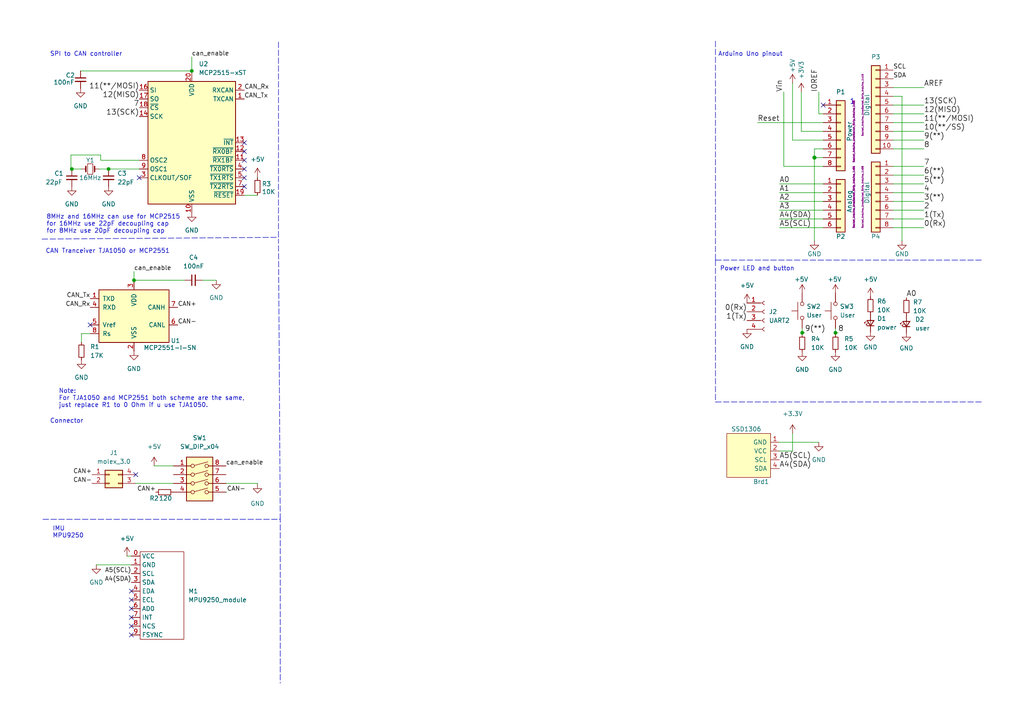
<source format=kicad_sch>
(kicad_sch (version 20211123) (generator eeschema)

  (uuid 64596535-7df4-4a11-be4d-42cdfa896c10)

  (paper "A4")

  (lib_symbols
    (symbol "+3.3V_1" (power) (pin_names (offset 0)) (in_bom yes) (on_board yes)
      (property "Reference" "#PWR" (id 0) (at 0 -3.81 0)
        (effects (font (size 1.27 1.27)) hide)
      )
      (property "Value" "+3.3V_1" (id 1) (at 0 3.556 0)
        (effects (font (size 1.27 1.27)))
      )
      (property "Footprint" "" (id 2) (at 0 0 0)
        (effects (font (size 1.27 1.27)) hide)
      )
      (property "Datasheet" "" (id 3) (at 0 0 0)
        (effects (font (size 1.27 1.27)) hide)
      )
      (property "ki_keywords" "power-flag" (id 4) (at 0 0 0)
        (effects (font (size 1.27 1.27)) hide)
      )
      (property "ki_description" "Power symbol creates a global label with name \"+3.3V\"" (id 5) (at 0 0 0)
        (effects (font (size 1.27 1.27)) hide)
      )
      (symbol "+3.3V_1_0_1"
        (polyline
          (pts
            (xy -0.762 1.27)
            (xy 0 2.54)
          )
          (stroke (width 0) (type default) (color 0 0 0 0))
          (fill (type none))
        )
        (polyline
          (pts
            (xy 0 0)
            (xy 0 2.54)
          )
          (stroke (width 0) (type default) (color 0 0 0 0))
          (fill (type none))
        )
        (polyline
          (pts
            (xy 0 2.54)
            (xy 0.762 1.27)
          )
          (stroke (width 0) (type default) (color 0 0 0 0))
          (fill (type none))
        )
      )
      (symbol "+3.3V_1_1_1"
        (pin power_in line (at 0 0 90) (length 0) hide
          (name "+3.3V" (effects (font (size 1.27 1.27))))
          (number "1" (effects (font (size 1.27 1.27))))
        )
      )
    )
    (symbol "Connector:Conn_01x04_Female" (pin_names (offset 1.016) hide) (in_bom yes) (on_board yes)
      (property "Reference" "J" (id 0) (at 0 5.08 0)
        (effects (font (size 1.27 1.27)))
      )
      (property "Value" "Conn_01x04_Female" (id 1) (at 0 -7.62 0)
        (effects (font (size 1.27 1.27)))
      )
      (property "Footprint" "" (id 2) (at 0 0 0)
        (effects (font (size 1.27 1.27)) hide)
      )
      (property "Datasheet" "~" (id 3) (at 0 0 0)
        (effects (font (size 1.27 1.27)) hide)
      )
      (property "ki_keywords" "connector" (id 4) (at 0 0 0)
        (effects (font (size 1.27 1.27)) hide)
      )
      (property "ki_description" "Generic connector, single row, 01x04, script generated (kicad-library-utils/schlib/autogen/connector/)" (id 5) (at 0 0 0)
        (effects (font (size 1.27 1.27)) hide)
      )
      (property "ki_fp_filters" "Connector*:*_1x??_*" (id 6) (at 0 0 0)
        (effects (font (size 1.27 1.27)) hide)
      )
      (symbol "Conn_01x04_Female_1_1"
        (arc (start 0 -4.572) (mid -0.508 -5.08) (end 0 -5.588)
          (stroke (width 0.1524) (type default) (color 0 0 0 0))
          (fill (type none))
        )
        (arc (start 0 -2.032) (mid -0.508 -2.54) (end 0 -3.048)
          (stroke (width 0.1524) (type default) (color 0 0 0 0))
          (fill (type none))
        )
        (polyline
          (pts
            (xy -1.27 -5.08)
            (xy -0.508 -5.08)
          )
          (stroke (width 0.1524) (type default) (color 0 0 0 0))
          (fill (type none))
        )
        (polyline
          (pts
            (xy -1.27 -2.54)
            (xy -0.508 -2.54)
          )
          (stroke (width 0.1524) (type default) (color 0 0 0 0))
          (fill (type none))
        )
        (polyline
          (pts
            (xy -1.27 0)
            (xy -0.508 0)
          )
          (stroke (width 0.1524) (type default) (color 0 0 0 0))
          (fill (type none))
        )
        (polyline
          (pts
            (xy -1.27 2.54)
            (xy -0.508 2.54)
          )
          (stroke (width 0.1524) (type default) (color 0 0 0 0))
          (fill (type none))
        )
        (arc (start 0 0.508) (mid -0.508 0) (end 0 -0.508)
          (stroke (width 0.1524) (type default) (color 0 0 0 0))
          (fill (type none))
        )
        (arc (start 0 3.048) (mid -0.508 2.54) (end 0 2.032)
          (stroke (width 0.1524) (type default) (color 0 0 0 0))
          (fill (type none))
        )
        (pin passive line (at -5.08 2.54 0) (length 3.81)
          (name "Pin_1" (effects (font (size 1.27 1.27))))
          (number "1" (effects (font (size 1.27 1.27))))
        )
        (pin passive line (at -5.08 0 0) (length 3.81)
          (name "Pin_2" (effects (font (size 1.27 1.27))))
          (number "2" (effects (font (size 1.27 1.27))))
        )
        (pin passive line (at -5.08 -2.54 0) (length 3.81)
          (name "Pin_3" (effects (font (size 1.27 1.27))))
          (number "3" (effects (font (size 1.27 1.27))))
        )
        (pin passive line (at -5.08 -5.08 0) (length 3.81)
          (name "Pin_4" (effects (font (size 1.27 1.27))))
          (number "4" (effects (font (size 1.27 1.27))))
        )
      )
    )
    (symbol "Connector_Generic:Conn_01x06" (pin_names (offset 1.016) hide) (in_bom yes) (on_board yes)
      (property "Reference" "J" (id 0) (at 0 7.62 0)
        (effects (font (size 1.27 1.27)))
      )
      (property "Value" "Conn_01x06" (id 1) (at 0 -10.16 0)
        (effects (font (size 1.27 1.27)))
      )
      (property "Footprint" "" (id 2) (at 0 0 0)
        (effects (font (size 1.27 1.27)) hide)
      )
      (property "Datasheet" "~" (id 3) (at 0 0 0)
        (effects (font (size 1.27 1.27)) hide)
      )
      (property "ki_keywords" "connector" (id 4) (at 0 0 0)
        (effects (font (size 1.27 1.27)) hide)
      )
      (property "ki_description" "Generic connector, single row, 01x06, script generated (kicad-library-utils/schlib/autogen/connector/)" (id 5) (at 0 0 0)
        (effects (font (size 1.27 1.27)) hide)
      )
      (property "ki_fp_filters" "Connector*:*_1x??_*" (id 6) (at 0 0 0)
        (effects (font (size 1.27 1.27)) hide)
      )
      (symbol "Conn_01x06_1_1"
        (rectangle (start -1.27 -7.493) (end 0 -7.747)
          (stroke (width 0.1524) (type default) (color 0 0 0 0))
          (fill (type none))
        )
        (rectangle (start -1.27 -4.953) (end 0 -5.207)
          (stroke (width 0.1524) (type default) (color 0 0 0 0))
          (fill (type none))
        )
        (rectangle (start -1.27 -2.413) (end 0 -2.667)
          (stroke (width 0.1524) (type default) (color 0 0 0 0))
          (fill (type none))
        )
        (rectangle (start -1.27 0.127) (end 0 -0.127)
          (stroke (width 0.1524) (type default) (color 0 0 0 0))
          (fill (type none))
        )
        (rectangle (start -1.27 2.667) (end 0 2.413)
          (stroke (width 0.1524) (type default) (color 0 0 0 0))
          (fill (type none))
        )
        (rectangle (start -1.27 5.207) (end 0 4.953)
          (stroke (width 0.1524) (type default) (color 0 0 0 0))
          (fill (type none))
        )
        (rectangle (start -1.27 6.35) (end 1.27 -8.89)
          (stroke (width 0.254) (type default) (color 0 0 0 0))
          (fill (type background))
        )
        (pin passive line (at -5.08 5.08 0) (length 3.81)
          (name "Pin_1" (effects (font (size 1.27 1.27))))
          (number "1" (effects (font (size 1.27 1.27))))
        )
        (pin passive line (at -5.08 2.54 0) (length 3.81)
          (name "Pin_2" (effects (font (size 1.27 1.27))))
          (number "2" (effects (font (size 1.27 1.27))))
        )
        (pin passive line (at -5.08 0 0) (length 3.81)
          (name "Pin_3" (effects (font (size 1.27 1.27))))
          (number "3" (effects (font (size 1.27 1.27))))
        )
        (pin passive line (at -5.08 -2.54 0) (length 3.81)
          (name "Pin_4" (effects (font (size 1.27 1.27))))
          (number "4" (effects (font (size 1.27 1.27))))
        )
        (pin passive line (at -5.08 -5.08 0) (length 3.81)
          (name "Pin_5" (effects (font (size 1.27 1.27))))
          (number "5" (effects (font (size 1.27 1.27))))
        )
        (pin passive line (at -5.08 -7.62 0) (length 3.81)
          (name "Pin_6" (effects (font (size 1.27 1.27))))
          (number "6" (effects (font (size 1.27 1.27))))
        )
      )
    )
    (symbol "Connector_Generic:Conn_01x08" (pin_names (offset 1.016) hide) (in_bom yes) (on_board yes)
      (property "Reference" "J" (id 0) (at 0 10.16 0)
        (effects (font (size 1.27 1.27)))
      )
      (property "Value" "Conn_01x08" (id 1) (at 0 -12.7 0)
        (effects (font (size 1.27 1.27)))
      )
      (property "Footprint" "" (id 2) (at 0 0 0)
        (effects (font (size 1.27 1.27)) hide)
      )
      (property "Datasheet" "~" (id 3) (at 0 0 0)
        (effects (font (size 1.27 1.27)) hide)
      )
      (property "ki_keywords" "connector" (id 4) (at 0 0 0)
        (effects (font (size 1.27 1.27)) hide)
      )
      (property "ki_description" "Generic connector, single row, 01x08, script generated (kicad-library-utils/schlib/autogen/connector/)" (id 5) (at 0 0 0)
        (effects (font (size 1.27 1.27)) hide)
      )
      (property "ki_fp_filters" "Connector*:*_1x??_*" (id 6) (at 0 0 0)
        (effects (font (size 1.27 1.27)) hide)
      )
      (symbol "Conn_01x08_1_1"
        (rectangle (start -1.27 -10.033) (end 0 -10.287)
          (stroke (width 0.1524) (type default) (color 0 0 0 0))
          (fill (type none))
        )
        (rectangle (start -1.27 -7.493) (end 0 -7.747)
          (stroke (width 0.1524) (type default) (color 0 0 0 0))
          (fill (type none))
        )
        (rectangle (start -1.27 -4.953) (end 0 -5.207)
          (stroke (width 0.1524) (type default) (color 0 0 0 0))
          (fill (type none))
        )
        (rectangle (start -1.27 -2.413) (end 0 -2.667)
          (stroke (width 0.1524) (type default) (color 0 0 0 0))
          (fill (type none))
        )
        (rectangle (start -1.27 0.127) (end 0 -0.127)
          (stroke (width 0.1524) (type default) (color 0 0 0 0))
          (fill (type none))
        )
        (rectangle (start -1.27 2.667) (end 0 2.413)
          (stroke (width 0.1524) (type default) (color 0 0 0 0))
          (fill (type none))
        )
        (rectangle (start -1.27 5.207) (end 0 4.953)
          (stroke (width 0.1524) (type default) (color 0 0 0 0))
          (fill (type none))
        )
        (rectangle (start -1.27 7.747) (end 0 7.493)
          (stroke (width 0.1524) (type default) (color 0 0 0 0))
          (fill (type none))
        )
        (rectangle (start -1.27 8.89) (end 1.27 -11.43)
          (stroke (width 0.254) (type default) (color 0 0 0 0))
          (fill (type background))
        )
        (pin passive line (at -5.08 7.62 0) (length 3.81)
          (name "Pin_1" (effects (font (size 1.27 1.27))))
          (number "1" (effects (font (size 1.27 1.27))))
        )
        (pin passive line (at -5.08 5.08 0) (length 3.81)
          (name "Pin_2" (effects (font (size 1.27 1.27))))
          (number "2" (effects (font (size 1.27 1.27))))
        )
        (pin passive line (at -5.08 2.54 0) (length 3.81)
          (name "Pin_3" (effects (font (size 1.27 1.27))))
          (number "3" (effects (font (size 1.27 1.27))))
        )
        (pin passive line (at -5.08 0 0) (length 3.81)
          (name "Pin_4" (effects (font (size 1.27 1.27))))
          (number "4" (effects (font (size 1.27 1.27))))
        )
        (pin passive line (at -5.08 -2.54 0) (length 3.81)
          (name "Pin_5" (effects (font (size 1.27 1.27))))
          (number "5" (effects (font (size 1.27 1.27))))
        )
        (pin passive line (at -5.08 -5.08 0) (length 3.81)
          (name "Pin_6" (effects (font (size 1.27 1.27))))
          (number "6" (effects (font (size 1.27 1.27))))
        )
        (pin passive line (at -5.08 -7.62 0) (length 3.81)
          (name "Pin_7" (effects (font (size 1.27 1.27))))
          (number "7" (effects (font (size 1.27 1.27))))
        )
        (pin passive line (at -5.08 -10.16 0) (length 3.81)
          (name "Pin_8" (effects (font (size 1.27 1.27))))
          (number "8" (effects (font (size 1.27 1.27))))
        )
      )
    )
    (symbol "Connector_Generic:Conn_01x10" (pin_names (offset 1.016) hide) (in_bom yes) (on_board yes)
      (property "Reference" "J" (id 0) (at 0 12.7 0)
        (effects (font (size 1.27 1.27)))
      )
      (property "Value" "Conn_01x10" (id 1) (at 0 -15.24 0)
        (effects (font (size 1.27 1.27)))
      )
      (property "Footprint" "" (id 2) (at 0 0 0)
        (effects (font (size 1.27 1.27)) hide)
      )
      (property "Datasheet" "~" (id 3) (at 0 0 0)
        (effects (font (size 1.27 1.27)) hide)
      )
      (property "ki_keywords" "connector" (id 4) (at 0 0 0)
        (effects (font (size 1.27 1.27)) hide)
      )
      (property "ki_description" "Generic connector, single row, 01x10, script generated (kicad-library-utils/schlib/autogen/connector/)" (id 5) (at 0 0 0)
        (effects (font (size 1.27 1.27)) hide)
      )
      (property "ki_fp_filters" "Connector*:*_1x??_*" (id 6) (at 0 0 0)
        (effects (font (size 1.27 1.27)) hide)
      )
      (symbol "Conn_01x10_1_1"
        (rectangle (start -1.27 -12.573) (end 0 -12.827)
          (stroke (width 0.1524) (type default) (color 0 0 0 0))
          (fill (type none))
        )
        (rectangle (start -1.27 -10.033) (end 0 -10.287)
          (stroke (width 0.1524) (type default) (color 0 0 0 0))
          (fill (type none))
        )
        (rectangle (start -1.27 -7.493) (end 0 -7.747)
          (stroke (width 0.1524) (type default) (color 0 0 0 0))
          (fill (type none))
        )
        (rectangle (start -1.27 -4.953) (end 0 -5.207)
          (stroke (width 0.1524) (type default) (color 0 0 0 0))
          (fill (type none))
        )
        (rectangle (start -1.27 -2.413) (end 0 -2.667)
          (stroke (width 0.1524) (type default) (color 0 0 0 0))
          (fill (type none))
        )
        (rectangle (start -1.27 0.127) (end 0 -0.127)
          (stroke (width 0.1524) (type default) (color 0 0 0 0))
          (fill (type none))
        )
        (rectangle (start -1.27 2.667) (end 0 2.413)
          (stroke (width 0.1524) (type default) (color 0 0 0 0))
          (fill (type none))
        )
        (rectangle (start -1.27 5.207) (end 0 4.953)
          (stroke (width 0.1524) (type default) (color 0 0 0 0))
          (fill (type none))
        )
        (rectangle (start -1.27 7.747) (end 0 7.493)
          (stroke (width 0.1524) (type default) (color 0 0 0 0))
          (fill (type none))
        )
        (rectangle (start -1.27 10.287) (end 0 10.033)
          (stroke (width 0.1524) (type default) (color 0 0 0 0))
          (fill (type none))
        )
        (rectangle (start -1.27 11.43) (end 1.27 -13.97)
          (stroke (width 0.254) (type default) (color 0 0 0 0))
          (fill (type background))
        )
        (pin passive line (at -5.08 10.16 0) (length 3.81)
          (name "Pin_1" (effects (font (size 1.27 1.27))))
          (number "1" (effects (font (size 1.27 1.27))))
        )
        (pin passive line (at -5.08 -12.7 0) (length 3.81)
          (name "Pin_10" (effects (font (size 1.27 1.27))))
          (number "10" (effects (font (size 1.27 1.27))))
        )
        (pin passive line (at -5.08 7.62 0) (length 3.81)
          (name "Pin_2" (effects (font (size 1.27 1.27))))
          (number "2" (effects (font (size 1.27 1.27))))
        )
        (pin passive line (at -5.08 5.08 0) (length 3.81)
          (name "Pin_3" (effects (font (size 1.27 1.27))))
          (number "3" (effects (font (size 1.27 1.27))))
        )
        (pin passive line (at -5.08 2.54 0) (length 3.81)
          (name "Pin_4" (effects (font (size 1.27 1.27))))
          (number "4" (effects (font (size 1.27 1.27))))
        )
        (pin passive line (at -5.08 0 0) (length 3.81)
          (name "Pin_5" (effects (font (size 1.27 1.27))))
          (number "5" (effects (font (size 1.27 1.27))))
        )
        (pin passive line (at -5.08 -2.54 0) (length 3.81)
          (name "Pin_6" (effects (font (size 1.27 1.27))))
          (number "6" (effects (font (size 1.27 1.27))))
        )
        (pin passive line (at -5.08 -5.08 0) (length 3.81)
          (name "Pin_7" (effects (font (size 1.27 1.27))))
          (number "7" (effects (font (size 1.27 1.27))))
        )
        (pin passive line (at -5.08 -7.62 0) (length 3.81)
          (name "Pin_8" (effects (font (size 1.27 1.27))))
          (number "8" (effects (font (size 1.27 1.27))))
        )
        (pin passive line (at -5.08 -10.16 0) (length 3.81)
          (name "Pin_9" (effects (font (size 1.27 1.27))))
          (number "9" (effects (font (size 1.27 1.27))))
        )
      )
    )
    (symbol "Connector_Generic:Conn_02x02_Counter_Clockwise" (pin_names (offset 1.016) hide) (in_bom yes) (on_board yes)
      (property "Reference" "J" (id 0) (at 1.27 2.54 0)
        (effects (font (size 1.27 1.27)))
      )
      (property "Value" "Conn_02x02_Counter_Clockwise" (id 1) (at 1.27 -5.08 0)
        (effects (font (size 1.27 1.27)))
      )
      (property "Footprint" "" (id 2) (at 0 0 0)
        (effects (font (size 1.27 1.27)) hide)
      )
      (property "Datasheet" "~" (id 3) (at 0 0 0)
        (effects (font (size 1.27 1.27)) hide)
      )
      (property "ki_keywords" "connector" (id 4) (at 0 0 0)
        (effects (font (size 1.27 1.27)) hide)
      )
      (property "ki_description" "Generic connector, double row, 02x02, counter clockwise pin numbering scheme (similar to DIP packge numbering), script generated (kicad-library-utils/schlib/autogen/connector/)" (id 5) (at 0 0 0)
        (effects (font (size 1.27 1.27)) hide)
      )
      (property "ki_fp_filters" "Connector*:*_2x??_*" (id 6) (at 0 0 0)
        (effects (font (size 1.27 1.27)) hide)
      )
      (symbol "Conn_02x02_Counter_Clockwise_1_1"
        (rectangle (start -1.27 -2.413) (end 0 -2.667)
          (stroke (width 0.1524) (type default) (color 0 0 0 0))
          (fill (type none))
        )
        (rectangle (start -1.27 0.127) (end 0 -0.127)
          (stroke (width 0.1524) (type default) (color 0 0 0 0))
          (fill (type none))
        )
        (rectangle (start -1.27 1.27) (end 3.81 -3.81)
          (stroke (width 0.254) (type default) (color 0 0 0 0))
          (fill (type background))
        )
        (rectangle (start 3.81 -2.413) (end 2.54 -2.667)
          (stroke (width 0.1524) (type default) (color 0 0 0 0))
          (fill (type none))
        )
        (rectangle (start 3.81 0.127) (end 2.54 -0.127)
          (stroke (width 0.1524) (type default) (color 0 0 0 0))
          (fill (type none))
        )
        (pin passive line (at -5.08 0 0) (length 3.81)
          (name "Pin_1" (effects (font (size 1.27 1.27))))
          (number "1" (effects (font (size 1.27 1.27))))
        )
        (pin passive line (at -5.08 -2.54 0) (length 3.81)
          (name "Pin_2" (effects (font (size 1.27 1.27))))
          (number "2" (effects (font (size 1.27 1.27))))
        )
        (pin passive line (at 7.62 -2.54 180) (length 3.81)
          (name "Pin_3" (effects (font (size 1.27 1.27))))
          (number "3" (effects (font (size 1.27 1.27))))
        )
        (pin passive line (at 7.62 0 180) (length 3.81)
          (name "Pin_4" (effects (font (size 1.27 1.27))))
          (number "4" (effects (font (size 1.27 1.27))))
        )
      )
    )
    (symbol "Device:C_Small" (pin_numbers hide) (pin_names (offset 0.254) hide) (in_bom yes) (on_board yes)
      (property "Reference" "C" (id 0) (at 0.254 1.778 0)
        (effects (font (size 1.27 1.27)) (justify left))
      )
      (property "Value" "C_Small" (id 1) (at 0.254 -2.032 0)
        (effects (font (size 1.27 1.27)) (justify left))
      )
      (property "Footprint" "" (id 2) (at 0 0 0)
        (effects (font (size 1.27 1.27)) hide)
      )
      (property "Datasheet" "~" (id 3) (at 0 0 0)
        (effects (font (size 1.27 1.27)) hide)
      )
      (property "ki_keywords" "capacitor cap" (id 4) (at 0 0 0)
        (effects (font (size 1.27 1.27)) hide)
      )
      (property "ki_description" "Unpolarized capacitor, small symbol" (id 5) (at 0 0 0)
        (effects (font (size 1.27 1.27)) hide)
      )
      (property "ki_fp_filters" "C_*" (id 6) (at 0 0 0)
        (effects (font (size 1.27 1.27)) hide)
      )
      (symbol "C_Small_0_1"
        (polyline
          (pts
            (xy -1.524 -0.508)
            (xy 1.524 -0.508)
          )
          (stroke (width 0.3302) (type default) (color 0 0 0 0))
          (fill (type none))
        )
        (polyline
          (pts
            (xy -1.524 0.508)
            (xy 1.524 0.508)
          )
          (stroke (width 0.3048) (type default) (color 0 0 0 0))
          (fill (type none))
        )
      )
      (symbol "C_Small_1_1"
        (pin passive line (at 0 2.54 270) (length 2.032)
          (name "~" (effects (font (size 1.27 1.27))))
          (number "1" (effects (font (size 1.27 1.27))))
        )
        (pin passive line (at 0 -2.54 90) (length 2.032)
          (name "~" (effects (font (size 1.27 1.27))))
          (number "2" (effects (font (size 1.27 1.27))))
        )
      )
    )
    (symbol "Device:Crystal_Small" (pin_numbers hide) (pin_names (offset 1.016) hide) (in_bom yes) (on_board yes)
      (property "Reference" "Y" (id 0) (at 0 2.54 0)
        (effects (font (size 1.27 1.27)))
      )
      (property "Value" "Crystal_Small" (id 1) (at 0 -2.54 0)
        (effects (font (size 1.27 1.27)))
      )
      (property "Footprint" "" (id 2) (at 0 0 0)
        (effects (font (size 1.27 1.27)) hide)
      )
      (property "Datasheet" "~" (id 3) (at 0 0 0)
        (effects (font (size 1.27 1.27)) hide)
      )
      (property "ki_keywords" "quartz ceramic resonator oscillator" (id 4) (at 0 0 0)
        (effects (font (size 1.27 1.27)) hide)
      )
      (property "ki_description" "Two pin crystal, small symbol" (id 5) (at 0 0 0)
        (effects (font (size 1.27 1.27)) hide)
      )
      (property "ki_fp_filters" "Crystal*" (id 6) (at 0 0 0)
        (effects (font (size 1.27 1.27)) hide)
      )
      (symbol "Crystal_Small_0_1"
        (rectangle (start -0.762 -1.524) (end 0.762 1.524)
          (stroke (width 0) (type default) (color 0 0 0 0))
          (fill (type none))
        )
        (polyline
          (pts
            (xy -1.27 -0.762)
            (xy -1.27 0.762)
          )
          (stroke (width 0.381) (type default) (color 0 0 0 0))
          (fill (type none))
        )
        (polyline
          (pts
            (xy 1.27 -0.762)
            (xy 1.27 0.762)
          )
          (stroke (width 0.381) (type default) (color 0 0 0 0))
          (fill (type none))
        )
      )
      (symbol "Crystal_Small_1_1"
        (pin passive line (at -2.54 0 0) (length 1.27)
          (name "1" (effects (font (size 1.27 1.27))))
          (number "1" (effects (font (size 1.27 1.27))))
        )
        (pin passive line (at 2.54 0 180) (length 1.27)
          (name "2" (effects (font (size 1.27 1.27))))
          (number "2" (effects (font (size 1.27 1.27))))
        )
      )
    )
    (symbol "Device:LED_Small" (pin_numbers hide) (pin_names (offset 0.254) hide) (in_bom yes) (on_board yes)
      (property "Reference" "D" (id 0) (at -1.27 3.175 0)
        (effects (font (size 1.27 1.27)) (justify left))
      )
      (property "Value" "LED_Small" (id 1) (at -4.445 -2.54 0)
        (effects (font (size 1.27 1.27)) (justify left))
      )
      (property "Footprint" "" (id 2) (at 0 0 90)
        (effects (font (size 1.27 1.27)) hide)
      )
      (property "Datasheet" "~" (id 3) (at 0 0 90)
        (effects (font (size 1.27 1.27)) hide)
      )
      (property "ki_keywords" "LED diode light-emitting-diode" (id 4) (at 0 0 0)
        (effects (font (size 1.27 1.27)) hide)
      )
      (property "ki_description" "Light emitting diode, small symbol" (id 5) (at 0 0 0)
        (effects (font (size 1.27 1.27)) hide)
      )
      (property "ki_fp_filters" "LED* LED_SMD:* LED_THT:*" (id 6) (at 0 0 0)
        (effects (font (size 1.27 1.27)) hide)
      )
      (symbol "LED_Small_0_1"
        (polyline
          (pts
            (xy -0.762 -1.016)
            (xy -0.762 1.016)
          )
          (stroke (width 0.254) (type default) (color 0 0 0 0))
          (fill (type none))
        )
        (polyline
          (pts
            (xy 1.016 0)
            (xy -0.762 0)
          )
          (stroke (width 0) (type default) (color 0 0 0 0))
          (fill (type none))
        )
        (polyline
          (pts
            (xy 0.762 -1.016)
            (xy -0.762 0)
            (xy 0.762 1.016)
            (xy 0.762 -1.016)
          )
          (stroke (width 0.254) (type default) (color 0 0 0 0))
          (fill (type none))
        )
        (polyline
          (pts
            (xy 0 0.762)
            (xy -0.508 1.27)
            (xy -0.254 1.27)
            (xy -0.508 1.27)
            (xy -0.508 1.016)
          )
          (stroke (width 0) (type default) (color 0 0 0 0))
          (fill (type none))
        )
        (polyline
          (pts
            (xy 0.508 1.27)
            (xy 0 1.778)
            (xy 0.254 1.778)
            (xy 0 1.778)
            (xy 0 1.524)
          )
          (stroke (width 0) (type default) (color 0 0 0 0))
          (fill (type none))
        )
      )
      (symbol "LED_Small_1_1"
        (pin passive line (at -2.54 0 0) (length 1.778)
          (name "K" (effects (font (size 1.27 1.27))))
          (number "1" (effects (font (size 1.27 1.27))))
        )
        (pin passive line (at 2.54 0 180) (length 1.778)
          (name "A" (effects (font (size 1.27 1.27))))
          (number "2" (effects (font (size 1.27 1.27))))
        )
      )
    )
    (symbol "Device:R_Small" (pin_numbers hide) (pin_names (offset 0.254) hide) (in_bom yes) (on_board yes)
      (property "Reference" "R" (id 0) (at 0.762 0.508 0)
        (effects (font (size 1.27 1.27)) (justify left))
      )
      (property "Value" "R_Small" (id 1) (at 0.762 -1.016 0)
        (effects (font (size 1.27 1.27)) (justify left))
      )
      (property "Footprint" "" (id 2) (at 0 0 0)
        (effects (font (size 1.27 1.27)) hide)
      )
      (property "Datasheet" "~" (id 3) (at 0 0 0)
        (effects (font (size 1.27 1.27)) hide)
      )
      (property "ki_keywords" "R resistor" (id 4) (at 0 0 0)
        (effects (font (size 1.27 1.27)) hide)
      )
      (property "ki_description" "Resistor, small symbol" (id 5) (at 0 0 0)
        (effects (font (size 1.27 1.27)) hide)
      )
      (property "ki_fp_filters" "R_*" (id 6) (at 0 0 0)
        (effects (font (size 1.27 1.27)) hide)
      )
      (symbol "R_Small_0_1"
        (rectangle (start -0.762 1.778) (end 0.762 -1.778)
          (stroke (width 0.2032) (type default) (color 0 0 0 0))
          (fill (type none))
        )
      )
      (symbol "R_Small_1_1"
        (pin passive line (at 0 2.54 270) (length 0.762)
          (name "~" (effects (font (size 1.27 1.27))))
          (number "1" (effects (font (size 1.27 1.27))))
        )
        (pin passive line (at 0 -2.54 90) (length 0.762)
          (name "~" (effects (font (size 1.27 1.27))))
          (number "2" (effects (font (size 1.27 1.27))))
        )
      )
    )
    (symbol "Interface_CAN_LIN:MCP2515-xST" (in_bom yes) (on_board yes)
      (property "Reference" "U" (id 0) (at -10.16 19.685 0)
        (effects (font (size 1.27 1.27)) (justify right))
      )
      (property "Value" "MCP2515-xST" (id 1) (at 19.05 20.32 0)
        (effects (font (size 1.27 1.27)) (justify right top))
      )
      (property "Footprint" "Package_SO:TSSOP-20_4.4x6.5mm_P0.65mm" (id 2) (at 0 -22.86 0)
        (effects (font (size 1.27 1.27) italic) hide)
      )
      (property "Datasheet" "http://ww1.microchip.com/downloads/en/DeviceDoc/21801e.pdf" (id 3) (at 2.54 -20.32 0)
        (effects (font (size 1.27 1.27)) hide)
      )
      (property "ki_keywords" "CAN Controller SPI" (id 4) (at 0 0 0)
        (effects (font (size 1.27 1.27)) hide)
      )
      (property "ki_description" "Stand-Alone CAN Controller with SPI Interface, TSSOP-20" (id 5) (at 0 0 0)
        (effects (font (size 1.27 1.27)) hide)
      )
      (property "ki_fp_filters" "TSSOP*4.4x6.5mm*P0.65mm*" (id 6) (at 0 0 0)
        (effects (font (size 1.27 1.27)) hide)
      )
      (symbol "MCP2515-xST_0_1"
        (rectangle (start -12.7 17.78) (end 12.7 -17.78)
          (stroke (width 0.254) (type default) (color 0 0 0 0))
          (fill (type background))
        )
      )
      (symbol "MCP2515-xST_1_1"
        (pin output line (at 15.24 12.7 180) (length 2.54)
          (name "TXCAN" (effects (font (size 1.27 1.27))))
          (number "1" (effects (font (size 1.27 1.27))))
        )
        (pin power_in line (at 0 -20.32 90) (length 2.54)
          (name "VSS" (effects (font (size 1.27 1.27))))
          (number "10" (effects (font (size 1.27 1.27))))
        )
        (pin output line (at 15.24 -5.08 180) (length 2.54)
          (name "~{RX1BF}" (effects (font (size 1.27 1.27))))
          (number "11" (effects (font (size 1.27 1.27))))
        )
        (pin output line (at 15.24 -2.54 180) (length 2.54)
          (name "~{RX0BF}" (effects (font (size 1.27 1.27))))
          (number "12" (effects (font (size 1.27 1.27))))
        )
        (pin output line (at 15.24 0 180) (length 2.54)
          (name "~{INT}" (effects (font (size 1.27 1.27))))
          (number "13" (effects (font (size 1.27 1.27))))
        )
        (pin input line (at -15.24 7.62 0) (length 2.54)
          (name "SCK" (effects (font (size 1.27 1.27))))
          (number "14" (effects (font (size 1.27 1.27))))
        )
        (pin no_connect line (at -12.7 -2.54 0) (length 2.54) hide
          (name "NC" (effects (font (size 1.27 1.27))))
          (number "15" (effects (font (size 1.27 1.27))))
        )
        (pin input line (at -15.24 15.24 0) (length 2.54)
          (name "SI" (effects (font (size 1.27 1.27))))
          (number "16" (effects (font (size 1.27 1.27))))
        )
        (pin output line (at -15.24 12.7 0) (length 2.54)
          (name "SO" (effects (font (size 1.27 1.27))))
          (number "17" (effects (font (size 1.27 1.27))))
        )
        (pin input line (at -15.24 10.16 0) (length 2.54)
          (name "~{CS}" (effects (font (size 1.27 1.27))))
          (number "18" (effects (font (size 1.27 1.27))))
        )
        (pin input line (at 15.24 -15.24 180) (length 2.54)
          (name "~{RESET}" (effects (font (size 1.27 1.27))))
          (number "19" (effects (font (size 1.27 1.27))))
        )
        (pin input line (at 15.24 15.24 180) (length 2.54)
          (name "RXCAN" (effects (font (size 1.27 1.27))))
          (number "2" (effects (font (size 1.27 1.27))))
        )
        (pin power_in line (at 0 20.32 270) (length 2.54)
          (name "VDD" (effects (font (size 1.27 1.27))))
          (number "20" (effects (font (size 1.27 1.27))))
        )
        (pin output line (at -15.24 -10.16 0) (length 2.54)
          (name "CLKOUT/SOF" (effects (font (size 1.27 1.27))))
          (number "3" (effects (font (size 1.27 1.27))))
        )
        (pin input line (at 15.24 -7.62 180) (length 2.54)
          (name "~{TX0RTS}" (effects (font (size 1.27 1.27))))
          (number "4" (effects (font (size 1.27 1.27))))
        )
        (pin input line (at 15.24 -10.16 180) (length 2.54)
          (name "~{TX1RTS}" (effects (font (size 1.27 1.27))))
          (number "5" (effects (font (size 1.27 1.27))))
        )
        (pin no_connect line (at -12.7 0 0) (length 2.54) hide
          (name "NC" (effects (font (size 1.27 1.27))))
          (number "6" (effects (font (size 1.27 1.27))))
        )
        (pin input line (at 15.24 -12.7 180) (length 2.54)
          (name "~{TX2RTS}" (effects (font (size 1.27 1.27))))
          (number "7" (effects (font (size 1.27 1.27))))
        )
        (pin output line (at -15.24 -5.08 0) (length 2.54)
          (name "OSC2" (effects (font (size 1.27 1.27))))
          (number "8" (effects (font (size 1.27 1.27))))
        )
        (pin input line (at -15.24 -7.62 0) (length 2.54)
          (name "OSC1" (effects (font (size 1.27 1.27))))
          (number "9" (effects (font (size 1.27 1.27))))
        )
      )
    )
    (symbol "Interface_CAN_LIN:MCP2551-I-SN" (pin_names (offset 1.016)) (in_bom yes) (on_board yes)
      (property "Reference" "U" (id 0) (at -10.16 8.89 0)
        (effects (font (size 1.27 1.27)) (justify left))
      )
      (property "Value" "MCP2551-I-SN" (id 1) (at 2.54 8.89 0)
        (effects (font (size 1.27 1.27)) (justify left))
      )
      (property "Footprint" "Package_SO:SOIC-8_3.9x4.9mm_P1.27mm" (id 2) (at 0 -12.7 0)
        (effects (font (size 1.27 1.27) italic) hide)
      )
      (property "Datasheet" "http://ww1.microchip.com/downloads/en/devicedoc/21667d.pdf" (id 3) (at 0 0 0)
        (effects (font (size 1.27 1.27)) hide)
      )
      (property "ki_keywords" "High-Speed CAN Transceiver" (id 4) (at 0 0 0)
        (effects (font (size 1.27 1.27)) hide)
      )
      (property "ki_description" "High-Speed CAN Transceiver, 1Mbps, 5V supply, SOIC-8" (id 5) (at 0 0 0)
        (effects (font (size 1.27 1.27)) hide)
      )
      (property "ki_fp_filters" "SOIC*3.9x4.9mm*P1.27mm*" (id 6) (at 0 0 0)
        (effects (font (size 1.27 1.27)) hide)
      )
      (symbol "MCP2551-I-SN_0_1"
        (rectangle (start -10.16 7.62) (end 10.16 -7.62)
          (stroke (width 0.254) (type default) (color 0 0 0 0))
          (fill (type background))
        )
      )
      (symbol "MCP2551-I-SN_1_1"
        (pin input line (at -12.7 5.08 0) (length 2.54)
          (name "TXD" (effects (font (size 1.27 1.27))))
          (number "1" (effects (font (size 1.27 1.27))))
        )
        (pin power_in line (at 0 -10.16 90) (length 2.54)
          (name "VSS" (effects (font (size 1.27 1.27))))
          (number "2" (effects (font (size 1.27 1.27))))
        )
        (pin power_in line (at 0 10.16 270) (length 2.54)
          (name "VDD" (effects (font (size 1.27 1.27))))
          (number "3" (effects (font (size 1.27 1.27))))
        )
        (pin output line (at -12.7 2.54 0) (length 2.54)
          (name "RXD" (effects (font (size 1.27 1.27))))
          (number "4" (effects (font (size 1.27 1.27))))
        )
        (pin power_out line (at -12.7 -2.54 0) (length 2.54)
          (name "Vref" (effects (font (size 1.27 1.27))))
          (number "5" (effects (font (size 1.27 1.27))))
        )
        (pin bidirectional line (at 12.7 -2.54 180) (length 2.54)
          (name "CANL" (effects (font (size 1.27 1.27))))
          (number "6" (effects (font (size 1.27 1.27))))
        )
        (pin bidirectional line (at 12.7 2.54 180) (length 2.54)
          (name "CANH" (effects (font (size 1.27 1.27))))
          (number "7" (effects (font (size 1.27 1.27))))
        )
        (pin input line (at -12.7 -5.08 0) (length 2.54)
          (name "Rs" (effects (font (size 1.27 1.27))))
          (number "8" (effects (font (size 1.27 1.27))))
        )
      )
    )
    (symbol "PolyuRobotics:MPU9250_module" (in_bom yes) (on_board yes)
      (property "Reference" "M" (id 0) (at 1.27 0 0)
        (effects (font (size 1.27 1.27)))
      )
      (property "Value" "MPU9250_module" (id 1) (at 0 8.89 0)
        (effects (font (size 1.27 1.27)))
      )
      (property "Footprint" "PolyuRobotics:MPU9250_module" (id 2) (at 1.27 -19.05 0)
        (effects (font (size 1.27 1.27)) hide)
      )
      (property "Datasheet" "" (id 3) (at 0 0 0)
        (effects (font (size 1.27 1.27)) hide)
      )
      (symbol "MPU9250_module_0_1"
        (rectangle (start -6.35 7.62) (end 6.35 -17.78)
          (stroke (width 0) (type default) (color 0 0 0 0))
          (fill (type none))
        )
      )
      (symbol "MPU9250_module_1_1"
        (pin power_in line (at -8.89 6.35 0) (length 2.54)
          (name "VCC" (effects (font (size 1.27 1.27))))
          (number "0" (effects (font (size 1.27 1.27))))
        )
        (pin power_in line (at -8.89 3.81 0) (length 2.54)
          (name "GND" (effects (font (size 1.27 1.27))))
          (number "1" (effects (font (size 1.27 1.27))))
        )
        (pin bidirectional line (at -8.89 1.27 0) (length 2.54)
          (name "SCL" (effects (font (size 1.27 1.27))))
          (number "2" (effects (font (size 1.27 1.27))))
        )
        (pin bidirectional line (at -8.89 -1.27 0) (length 2.54)
          (name "SDA" (effects (font (size 1.27 1.27))))
          (number "3" (effects (font (size 1.27 1.27))))
        )
        (pin bidirectional line (at -8.89 -3.81 0) (length 2.54)
          (name "EDA" (effects (font (size 1.27 1.27))))
          (number "4" (effects (font (size 1.27 1.27))))
        )
        (pin bidirectional line (at -8.89 -6.35 0) (length 2.54)
          (name "ECL" (effects (font (size 1.27 1.27))))
          (number "5" (effects (font (size 1.27 1.27))))
        )
        (pin bidirectional line (at -8.89 -8.89 0) (length 2.54)
          (name "AD0" (effects (font (size 1.27 1.27))))
          (number "6" (effects (font (size 1.27 1.27))))
        )
        (pin bidirectional line (at -8.89 -11.43 0) (length 2.54)
          (name "INT" (effects (font (size 1.27 1.27))))
          (number "7" (effects (font (size 1.27 1.27))))
        )
        (pin bidirectional line (at -8.89 -13.97 0) (length 2.54)
          (name "NCS" (effects (font (size 1.27 1.27))))
          (number "8" (effects (font (size 1.27 1.27))))
        )
        (pin bidirectional line (at -8.89 -16.51 0) (length 2.54)
          (name "FSYNC" (effects (font (size 1.27 1.27))))
          (number "9" (effects (font (size 1.27 1.27))))
        )
      )
    )
    (symbol "PolyuRobotics:SSD1306" (pin_names (offset 1.016)) (in_bom yes) (on_board yes)
      (property "Reference" "Brd" (id 0) (at 0 -3.81 0)
        (effects (font (size 1.27 1.27)))
      )
      (property "Value" "SSD1306" (id 1) (at 0 -1.27 0)
        (effects (font (size 1.27 1.27)))
      )
      (property "Footprint" "PolyuRobotics:128x64OLED" (id 2) (at 0 6.35 0)
        (effects (font (size 1.27 1.27)) hide)
      )
      (property "Datasheet" "" (id 3) (at 0 6.35 0)
        (effects (font (size 1.27 1.27)) hide)
      )
      (property "ki_keywords" "SSD1306" (id 4) (at 0 0 0)
        (effects (font (size 1.27 1.27)) hide)
      )
      (property "ki_description" "SSD1306 OLED" (id 5) (at 0 0 0)
        (effects (font (size 1.27 1.27)) hide)
      )
      (property "ki_fp_filters" "SSD1306-128x64_OLED:SSD1306" (id 6) (at 0 0 0)
        (effects (font (size 1.27 1.27)) hide)
      )
      (symbol "SSD1306_0_1"
        (rectangle (start -6.35 6.35) (end 6.35 -6.35)
          (stroke (width 0) (type default) (color 0 0 0 0))
          (fill (type background))
        )
      )
      (symbol "SSD1306_1_1"
        (pin input line (at -3.81 8.89 270) (length 2.54)
          (name "GND" (effects (font (size 1.27 1.27))))
          (number "1" (effects (font (size 1.27 1.27))))
        )
        (pin input line (at -1.27 8.89 270) (length 2.54)
          (name "VCC" (effects (font (size 1.27 1.27))))
          (number "2" (effects (font (size 1.27 1.27))))
        )
        (pin input line (at 1.27 8.89 270) (length 2.54)
          (name "SCL" (effects (font (size 1.27 1.27))))
          (number "3" (effects (font (size 1.27 1.27))))
        )
        (pin input line (at 3.81 8.89 270) (length 2.54)
          (name "SDA" (effects (font (size 1.27 1.27))))
          (number "4" (effects (font (size 1.27 1.27))))
        )
      )
    )
    (symbol "Switch:SW_DIP_x04" (pin_names (offset 0) hide) (in_bom yes) (on_board yes)
      (property "Reference" "SW" (id 0) (at 0 8.89 0)
        (effects (font (size 1.27 1.27)))
      )
      (property "Value" "SW_DIP_x04" (id 1) (at 0 -6.35 0)
        (effects (font (size 1.27 1.27)))
      )
      (property "Footprint" "" (id 2) (at 0 0 0)
        (effects (font (size 1.27 1.27)) hide)
      )
      (property "Datasheet" "~" (id 3) (at 0 0 0)
        (effects (font (size 1.27 1.27)) hide)
      )
      (property "ki_keywords" "dip switch" (id 4) (at 0 0 0)
        (effects (font (size 1.27 1.27)) hide)
      )
      (property "ki_description" "4x DIP Switch, Single Pole Single Throw (SPST) switch, small symbol" (id 5) (at 0 0 0)
        (effects (font (size 1.27 1.27)) hide)
      )
      (property "ki_fp_filters" "SW?DIP?x4*" (id 6) (at 0 0 0)
        (effects (font (size 1.27 1.27)) hide)
      )
      (symbol "SW_DIP_x04_0_0"
        (circle (center -2.032 -2.54) (radius 0.508)
          (stroke (width 0) (type default) (color 0 0 0 0))
          (fill (type none))
        )
        (circle (center -2.032 0) (radius 0.508)
          (stroke (width 0) (type default) (color 0 0 0 0))
          (fill (type none))
        )
        (circle (center -2.032 2.54) (radius 0.508)
          (stroke (width 0) (type default) (color 0 0 0 0))
          (fill (type none))
        )
        (circle (center -2.032 5.08) (radius 0.508)
          (stroke (width 0) (type default) (color 0 0 0 0))
          (fill (type none))
        )
        (polyline
          (pts
            (xy -1.524 -2.3876)
            (xy 2.3622 -1.3462)
          )
          (stroke (width 0) (type default) (color 0 0 0 0))
          (fill (type none))
        )
        (polyline
          (pts
            (xy -1.524 0.127)
            (xy 2.3622 1.1684)
          )
          (stroke (width 0) (type default) (color 0 0 0 0))
          (fill (type none))
        )
        (polyline
          (pts
            (xy -1.524 2.667)
            (xy 2.3622 3.7084)
          )
          (stroke (width 0) (type default) (color 0 0 0 0))
          (fill (type none))
        )
        (polyline
          (pts
            (xy -1.524 5.207)
            (xy 2.3622 6.2484)
          )
          (stroke (width 0) (type default) (color 0 0 0 0))
          (fill (type none))
        )
        (circle (center 2.032 -2.54) (radius 0.508)
          (stroke (width 0) (type default) (color 0 0 0 0))
          (fill (type none))
        )
        (circle (center 2.032 0) (radius 0.508)
          (stroke (width 0) (type default) (color 0 0 0 0))
          (fill (type none))
        )
        (circle (center 2.032 2.54) (radius 0.508)
          (stroke (width 0) (type default) (color 0 0 0 0))
          (fill (type none))
        )
        (circle (center 2.032 5.08) (radius 0.508)
          (stroke (width 0) (type default) (color 0 0 0 0))
          (fill (type none))
        )
      )
      (symbol "SW_DIP_x04_0_1"
        (rectangle (start -3.81 7.62) (end 3.81 -5.08)
          (stroke (width 0.254) (type default) (color 0 0 0 0))
          (fill (type background))
        )
      )
      (symbol "SW_DIP_x04_1_1"
        (pin passive line (at -7.62 5.08 0) (length 5.08)
          (name "~" (effects (font (size 1.27 1.27))))
          (number "1" (effects (font (size 1.27 1.27))))
        )
        (pin passive line (at -7.62 2.54 0) (length 5.08)
          (name "~" (effects (font (size 1.27 1.27))))
          (number "2" (effects (font (size 1.27 1.27))))
        )
        (pin passive line (at -7.62 0 0) (length 5.08)
          (name "~" (effects (font (size 1.27 1.27))))
          (number "3" (effects (font (size 1.27 1.27))))
        )
        (pin passive line (at -7.62 -2.54 0) (length 5.08)
          (name "~" (effects (font (size 1.27 1.27))))
          (number "4" (effects (font (size 1.27 1.27))))
        )
        (pin passive line (at 7.62 -2.54 180) (length 5.08)
          (name "~" (effects (font (size 1.27 1.27))))
          (number "5" (effects (font (size 1.27 1.27))))
        )
        (pin passive line (at 7.62 0 180) (length 5.08)
          (name "~" (effects (font (size 1.27 1.27))))
          (number "6" (effects (font (size 1.27 1.27))))
        )
        (pin passive line (at 7.62 2.54 180) (length 5.08)
          (name "~" (effects (font (size 1.27 1.27))))
          (number "7" (effects (font (size 1.27 1.27))))
        )
        (pin passive line (at 7.62 5.08 180) (length 5.08)
          (name "~" (effects (font (size 1.27 1.27))))
          (number "8" (effects (font (size 1.27 1.27))))
        )
      )
    )
    (symbol "Switch:SW_Push" (pin_numbers hide) (pin_names (offset 1.016) hide) (in_bom yes) (on_board yes)
      (property "Reference" "SW" (id 0) (at 1.27 2.54 0)
        (effects (font (size 1.27 1.27)) (justify left))
      )
      (property "Value" "SW_Push" (id 1) (at 0 -1.524 0)
        (effects (font (size 1.27 1.27)))
      )
      (property "Footprint" "" (id 2) (at 0 5.08 0)
        (effects (font (size 1.27 1.27)) hide)
      )
      (property "Datasheet" "~" (id 3) (at 0 5.08 0)
        (effects (font (size 1.27 1.27)) hide)
      )
      (property "ki_keywords" "switch normally-open pushbutton push-button" (id 4) (at 0 0 0)
        (effects (font (size 1.27 1.27)) hide)
      )
      (property "ki_description" "Push button switch, generic, two pins" (id 5) (at 0 0 0)
        (effects (font (size 1.27 1.27)) hide)
      )
      (symbol "SW_Push_0_1"
        (circle (center -2.032 0) (radius 0.508)
          (stroke (width 0) (type default) (color 0 0 0 0))
          (fill (type none))
        )
        (polyline
          (pts
            (xy 0 1.27)
            (xy 0 3.048)
          )
          (stroke (width 0) (type default) (color 0 0 0 0))
          (fill (type none))
        )
        (polyline
          (pts
            (xy 2.54 1.27)
            (xy -2.54 1.27)
          )
          (stroke (width 0) (type default) (color 0 0 0 0))
          (fill (type none))
        )
        (circle (center 2.032 0) (radius 0.508)
          (stroke (width 0) (type default) (color 0 0 0 0))
          (fill (type none))
        )
        (pin passive line (at -5.08 0 0) (length 2.54)
          (name "1" (effects (font (size 1.27 1.27))))
          (number "1" (effects (font (size 1.27 1.27))))
        )
        (pin passive line (at 5.08 0 180) (length 2.54)
          (name "2" (effects (font (size 1.27 1.27))))
          (number "2" (effects (font (size 1.27 1.27))))
        )
      )
    )
    (symbol "power:+3.3V" (power) (pin_names (offset 0)) (in_bom yes) (on_board yes)
      (property "Reference" "#PWR" (id 0) (at 0 -3.81 0)
        (effects (font (size 1.27 1.27)) hide)
      )
      (property "Value" "+3.3V" (id 1) (at 0 3.556 0)
        (effects (font (size 1.27 1.27)))
      )
      (property "Footprint" "" (id 2) (at 0 0 0)
        (effects (font (size 1.27 1.27)) hide)
      )
      (property "Datasheet" "" (id 3) (at 0 0 0)
        (effects (font (size 1.27 1.27)) hide)
      )
      (property "ki_keywords" "power-flag" (id 4) (at 0 0 0)
        (effects (font (size 1.27 1.27)) hide)
      )
      (property "ki_description" "Power symbol creates a global label with name \"+3.3V\"" (id 5) (at 0 0 0)
        (effects (font (size 1.27 1.27)) hide)
      )
      (symbol "+3.3V_0_1"
        (polyline
          (pts
            (xy -0.762 1.27)
            (xy 0 2.54)
          )
          (stroke (width 0) (type default) (color 0 0 0 0))
          (fill (type none))
        )
        (polyline
          (pts
            (xy 0 0)
            (xy 0 2.54)
          )
          (stroke (width 0) (type default) (color 0 0 0 0))
          (fill (type none))
        )
        (polyline
          (pts
            (xy 0 2.54)
            (xy 0.762 1.27)
          )
          (stroke (width 0) (type default) (color 0 0 0 0))
          (fill (type none))
        )
      )
      (symbol "+3.3V_1_1"
        (pin power_in line (at 0 0 90) (length 0) hide
          (name "+3V3" (effects (font (size 1.27 1.27))))
          (number "1" (effects (font (size 1.27 1.27))))
        )
      )
    )
    (symbol "power:+5V" (power) (pin_names (offset 0)) (in_bom yes) (on_board yes)
      (property "Reference" "#PWR" (id 0) (at 0 -3.81 0)
        (effects (font (size 1.27 1.27)) hide)
      )
      (property "Value" "+5V" (id 1) (at 0 3.556 0)
        (effects (font (size 1.27 1.27)))
      )
      (property "Footprint" "" (id 2) (at 0 0 0)
        (effects (font (size 1.27 1.27)) hide)
      )
      (property "Datasheet" "" (id 3) (at 0 0 0)
        (effects (font (size 1.27 1.27)) hide)
      )
      (property "ki_keywords" "power-flag" (id 4) (at 0 0 0)
        (effects (font (size 1.27 1.27)) hide)
      )
      (property "ki_description" "Power symbol creates a global label with name \"+5V\"" (id 5) (at 0 0 0)
        (effects (font (size 1.27 1.27)) hide)
      )
      (symbol "+5V_0_1"
        (polyline
          (pts
            (xy -0.762 1.27)
            (xy 0 2.54)
          )
          (stroke (width 0) (type default) (color 0 0 0 0))
          (fill (type none))
        )
        (polyline
          (pts
            (xy 0 0)
            (xy 0 2.54)
          )
          (stroke (width 0) (type default) (color 0 0 0 0))
          (fill (type none))
        )
        (polyline
          (pts
            (xy 0 2.54)
            (xy 0.762 1.27)
          )
          (stroke (width 0) (type default) (color 0 0 0 0))
          (fill (type none))
        )
      )
      (symbol "+5V_1_1"
        (pin power_in line (at 0 0 90) (length 0) hide
          (name "+5V" (effects (font (size 1.27 1.27))))
          (number "1" (effects (font (size 1.27 1.27))))
        )
      )
    )
    (symbol "power:GND" (power) (pin_names (offset 0)) (in_bom yes) (on_board yes)
      (property "Reference" "#PWR" (id 0) (at 0 -6.35 0)
        (effects (font (size 1.27 1.27)) hide)
      )
      (property "Value" "GND" (id 1) (at 0 -3.81 0)
        (effects (font (size 1.27 1.27)))
      )
      (property "Footprint" "" (id 2) (at 0 0 0)
        (effects (font (size 1.27 1.27)) hide)
      )
      (property "Datasheet" "" (id 3) (at 0 0 0)
        (effects (font (size 1.27 1.27)) hide)
      )
      (property "ki_keywords" "power-flag" (id 4) (at 0 0 0)
        (effects (font (size 1.27 1.27)) hide)
      )
      (property "ki_description" "Power symbol creates a global label with name \"GND\" , ground" (id 5) (at 0 0 0)
        (effects (font (size 1.27 1.27)) hide)
      )
      (symbol "GND_0_1"
        (polyline
          (pts
            (xy 0 0)
            (xy 0 -1.27)
            (xy 1.27 -1.27)
            (xy 0 -2.54)
            (xy -1.27 -1.27)
            (xy 0 -1.27)
          )
          (stroke (width 0) (type default) (color 0 0 0 0))
          (fill (type none))
        )
      )
      (symbol "GND_1_1"
        (pin power_in line (at 0 0 270) (length 0) hide
          (name "GND" (effects (font (size 1.27 1.27))))
          (number "1" (effects (font (size 1.27 1.27))))
        )
      )
    )
  )

  (junction (at 20.828 49.022) (diameter 0) (color 0 0 0 0)
    (uuid 23d7d493-4492-4542-a605-443d1b2d08fb)
  )
  (junction (at 232.664 96.52) (diameter 0) (color 0 0 0 0)
    (uuid 2597c996-294d-40fb-89d4-8603b0b0b82a)
  )
  (junction (at 242.316 96.52) (diameter 0) (color 0 0 0 0)
    (uuid 327aac76-af73-49c7-8203-dbeae14531f4)
  )
  (junction (at 38.862 81.28) (diameter 0) (color 0 0 0 0)
    (uuid 4941f877-b76c-48fb-a129-424eb3b89e3d)
  )
  (junction (at 31.496 49.022) (diameter 0) (color 0 0 0 0)
    (uuid 6c828e4a-f797-47ea-9c2c-7296076654ba)
  )
  (junction (at 55.626 20.574) (diameter 0) (color 0 0 0 0)
    (uuid ef8ce35b-2edb-4736-b69f-9ce1ab83b300)
  )
  (junction (at 236.22 45.72) (diameter 1.016) (color 0 0 0 0)
    (uuid ffd33b84-4eaa-47e5-bc39-7adc576444e5)
  )

  (no_connect (at 38.1 176.53) (uuid 10e414a1-8258-4053-b54e-c3e344ccd9c4))
  (no_connect (at 38.1 179.07) (uuid 10e414a1-8258-4053-b54e-c3e344ccd9c4))
  (no_connect (at 38.1 181.61) (uuid 10e414a1-8258-4053-b54e-c3e344ccd9c4))
  (no_connect (at 38.1 184.15) (uuid 10e414a1-8258-4053-b54e-c3e344ccd9c4))
  (no_connect (at 38.1 173.99) (uuid 10e414a1-8258-4053-b54e-c3e344ccd9c4))
  (no_connect (at 38.1 171.45) (uuid 10e414a1-8258-4053-b54e-c3e344ccd9c4))
  (no_connect (at 238.76 30.48) (uuid 3765f427-a15f-4cf1-b6fb-2dc65feee985))
  (no_connect (at 39.37 137.668) (uuid 561faaed-59fe-4a85-a354-df64c806d3c0))
  (no_connect (at 70.866 41.402) (uuid 69d3b1cf-e62d-4413-906c-267ad22b16ed))
  (no_connect (at 26.162 94.234) (uuid 71d7b01d-f509-4306-aa40-385c558a25ed))
  (no_connect (at 70.866 51.562) (uuid a0c1963b-fa4a-4ccd-8532-ecbe7eb6b4dd))
  (no_connect (at 40.386 51.562) (uuid a3fca68d-d158-412e-a60d-d1a71c9d9f73))
  (no_connect (at 70.866 49.022) (uuid bda47a0f-8aa0-41b8-9d8f-719d4d82a9f8))
  (no_connect (at 70.866 43.942) (uuid c2b4d148-b68f-4ee6-9476-76db4c5c701f))
  (no_connect (at 70.866 46.482) (uuid f390a36a-4523-4e82-a0a8-4591e29ae29f))
  (no_connect (at 70.866 54.102) (uuid fa29e964-17de-4133-a17a-55ee15ceb489))

  (wire (pts (xy 243.078 96.52) (xy 242.316 96.52))
    (stroke (width 0) (type default) (color 0 0 0 0))
    (uuid 00c3f95e-151d-4632-92d0-3233e7bf6142)
  )
  (wire (pts (xy 27.94 163.83) (xy 38.1 163.83))
    (stroke (width 0) (type default) (color 0 0 0 0))
    (uuid 065ed6c0-0f79-4519-a3e3-344255c39f9c)
  )
  (wire (pts (xy 259.08 27.94) (xy 261.62 27.94))
    (stroke (width 0) (type solid) (color 0 0 0 0))
    (uuid 06cc1201-ab2f-4351-acb8-5f08c31d113a)
  )
  (wire (pts (xy 238.76 55.88) (xy 226.06 55.88))
    (stroke (width 0) (type solid) (color 0 0 0 0))
    (uuid 088c4979-0154-4d51-bda3-490c0629cb02)
  )
  (wire (pts (xy 259.08 50.8) (xy 267.97 50.8))
    (stroke (width 0) (type solid) (color 0 0 0 0))
    (uuid 09e3d59d-9f6a-453a-92ed-4ef895f6b543)
  )
  (wire (pts (xy 53.594 81.28) (xy 38.862 81.28))
    (stroke (width 0) (type default) (color 0 0 0 0))
    (uuid 0b77a0e0-ffe6-4ef3-bfd4-5549a54e7ea3)
  )
  (wire (pts (xy 232.664 96.52) (xy 232.664 97.028))
    (stroke (width 0) (type default) (color 0 0 0 0))
    (uuid 13d1fa19-a548-4c41-a164-2562caba6af7)
  )
  (wire (pts (xy 20.828 49.022) (xy 23.622 49.022))
    (stroke (width 0) (type default) (color 0 0 0 0))
    (uuid 188bc2f5-4afc-448d-a033-323cb7537717)
  )
  (wire (pts (xy 229.87 40.64) (xy 229.87 24.13))
    (stroke (width 0) (type solid) (color 0 0 0 0))
    (uuid 1a0437ea-3bef-45e8-8bf1-5f03b84b9ecb)
  )
  (polyline (pts (xy 207.518 116.586) (xy 284.988 116.586))
    (stroke (width 0) (type default) (color 0 0 0 0))
    (uuid 1b359d33-32f5-4708-acb8-75589937056b)
  )

  (wire (pts (xy 259.08 25.4) (xy 267.97 25.4))
    (stroke (width 0) (type solid) (color 0 0 0 0))
    (uuid 28f601e0-563b-4d53-80e7-c063c5e28c30)
  )
  (wire (pts (xy 259.08 60.96) (xy 267.97 60.96))
    (stroke (width 0) (type solid) (color 0 0 0 0))
    (uuid 2b451f6f-cd21-4c9c-8207-2d65e1b82335)
  )
  (wire (pts (xy 259.08 43.18) (xy 267.97 43.18))
    (stroke (width 0) (type solid) (color 0 0 0 0))
    (uuid 2f13af22-a675-4b50-8976-4810ca094763)
  )
  (wire (pts (xy 259.08 53.34) (xy 267.97 53.34))
    (stroke (width 0) (type solid) (color 0 0 0 0))
    (uuid 30e698e7-d538-4ffd-b2fc-c58873084bf8)
  )
  (wire (pts (xy 55.626 20.574) (xy 55.626 21.082))
    (stroke (width 0) (type default) (color 0 0 0 0))
    (uuid 3794af9f-0c2e-4f50-b3c7-7af8ba840629)
  )
  (polyline (pts (xy 12.192 69.342) (xy 80.772 68.834))
    (stroke (width 0) (type default) (color 0 0 0 0))
    (uuid 38168fb3-2c57-48e0-8613-f7b01ff4e88f)
  )

  (wire (pts (xy 74.676 140.208) (xy 65.532 140.208))
    (stroke (width 0) (type default) (color 0 0 0 0))
    (uuid 3af711c9-c44d-41d4-ae86-c8ecbce9e12e)
  )
  (wire (pts (xy 238.76 38.1) (xy 232.41 38.1))
    (stroke (width 0) (type solid) (color 0 0 0 0))
    (uuid 3c1c2c9a-21b4-4674-aff9-b7ee257cb512)
  )
  (wire (pts (xy 23.622 96.774) (xy 23.622 99.314))
    (stroke (width 0) (type default) (color 0 0 0 0))
    (uuid 412b5a40-cc22-4d7f-9d00-424b006c191f)
  )
  (wire (pts (xy 229.87 125.73) (xy 229.87 130.81))
    (stroke (width 0) (type default) (color 0 0 0 0))
    (uuid 4522e966-77b1-49ec-88d5-c66c58c1b5b3)
  )
  (wire (pts (xy 232.664 95.25) (xy 232.664 96.52))
    (stroke (width 0) (type default) (color 0 0 0 0))
    (uuid 45c16b32-db47-40b2-a787-2c984ccf64e7)
  )
  (wire (pts (xy 259.08 35.56) (xy 267.97 35.56))
    (stroke (width 0) (type solid) (color 0 0 0 0))
    (uuid 4d003d4f-f01c-4b84-b63c-2a42a8077aa4)
  )
  (wire (pts (xy 259.08 63.5) (xy 267.97 63.5))
    (stroke (width 0) (type solid) (color 0 0 0 0))
    (uuid 574ba1f2-86ce-4e41-9e98-2c7d748cbbee)
  )
  (wire (pts (xy 237.49 33.02) (xy 238.76 33.02))
    (stroke (width 0) (type solid) (color 0 0 0 0))
    (uuid 57ffcbd7-0a25-4237-a33a-d977d4574b95)
  )
  (wire (pts (xy 29.21 44.958) (xy 29.21 46.482))
    (stroke (width 0) (type default) (color 0 0 0 0))
    (uuid 58c6d30c-f46f-455e-aeff-7f4f6ef50cd8)
  )
  (wire (pts (xy 238.76 60.96) (xy 226.06 60.96))
    (stroke (width 0) (type solid) (color 0 0 0 0))
    (uuid 5d1de436-db59-4139-9f83-bbd280cc4c59)
  )
  (polyline (pts (xy 207.518 75.438) (xy 284.988 75.438))
    (stroke (width 0) (type default) (color 0 0 0 0))
    (uuid 5ddbabec-5681-4be9-8371-8284b7300c65)
  )

  (wire (pts (xy 261.62 27.94) (xy 261.62 69.85))
    (stroke (width 0) (type solid) (color 0 0 0 0))
    (uuid 61762c7d-4311-42d3-b976-b0071136e347)
  )
  (wire (pts (xy 26.162 96.774) (xy 23.622 96.774))
    (stroke (width 0) (type default) (color 0 0 0 0))
    (uuid 6943df71-4c18-4bfb-9f90-76276a1ecb7f)
  )
  (wire (pts (xy 29.21 44.958) (xy 20.574 44.958))
    (stroke (width 0) (type default) (color 0 0 0 0))
    (uuid 6eda28f2-4713-46b3-8ce1-c54222cf7b72)
  )
  (wire (pts (xy 242.316 96.52) (xy 242.316 97.028))
    (stroke (width 0) (type default) (color 0 0 0 0))
    (uuid 6ee2da56-5aa7-4274-95a4-29ed470b3990)
  )
  (wire (pts (xy 259.08 30.48) (xy 267.97 30.48))
    (stroke (width 0) (type solid) (color 0 0 0 0))
    (uuid 7112d36e-28af-437d-9274-25b8e572d160)
  )
  (wire (pts (xy 242.316 95.25) (xy 242.316 96.52))
    (stroke (width 0) (type default) (color 0 0 0 0))
    (uuid 76126699-5045-40a6-96b6-574cae512c3a)
  )
  (wire (pts (xy 20.828 49.022) (xy 20.574 49.022))
    (stroke (width 0) (type default) (color 0 0 0 0))
    (uuid 7bba30b5-12c2-47c6-bce1-13d5064f438a)
  )
  (wire (pts (xy 236.22 45.72) (xy 236.22 69.85))
    (stroke (width 0) (type solid) (color 0 0 0 0))
    (uuid 80fe1698-7685-4185-9d75-d0e9d589fc4d)
  )
  (wire (pts (xy 62.738 81.28) (xy 58.674 81.28))
    (stroke (width 0) (type default) (color 0 0 0 0))
    (uuid 876f4457-6088-4f4e-975b-a82e22e966e2)
  )
  (wire (pts (xy 259.08 48.26) (xy 267.97 48.26))
    (stroke (width 0) (type solid) (color 0 0 0 0))
    (uuid 887f0074-f33e-4e48-9cc3-8fa2a6ef3472)
  )
  (wire (pts (xy 44.704 135.128) (xy 50.292 135.128))
    (stroke (width 0) (type default) (color 0 0 0 0))
    (uuid 88f83e75-8c47-42fc-b4ea-75fba0adac24)
  )
  (wire (pts (xy 238.76 53.34) (xy 226.06 53.34))
    (stroke (width 0) (type solid) (color 0 0 0 0))
    (uuid 8a34d676-15ce-4049-b6c7-130a1f26637e)
  )
  (wire (pts (xy 259.08 33.02) (xy 267.97 33.02))
    (stroke (width 0) (type solid) (color 0 0 0 0))
    (uuid 90a1a802-2efb-4ccb-8163-44aeb6aba9b7)
  )
  (wire (pts (xy 238.76 48.26) (xy 227.33 48.26))
    (stroke (width 0) (type solid) (color 0 0 0 0))
    (uuid 9621b66a-214b-44b4-af7a-30ed695fc247)
  )
  (wire (pts (xy 238.76 66.04) (xy 226.06 66.04))
    (stroke (width 0) (type solid) (color 0 0 0 0))
    (uuid 9d937ded-be46-4982-b345-769a18ee00dd)
  )
  (polyline (pts (xy 12.446 150.622) (xy 81.28 150.622))
    (stroke (width 0) (type default) (color 0 0 0 0))
    (uuid 9ff045af-fafd-4583-8685-e5d15192f521)
  )

  (wire (pts (xy 65.532 142.748) (xy 65.786 142.748))
    (stroke (width 0) (type default) (color 0 0 0 0))
    (uuid a2a58817-6df7-4a96-b087-ded008e227be)
  )
  (wire (pts (xy 259.08 38.1) (xy 267.97 38.1))
    (stroke (width 0) (type solid) (color 0 0 0 0))
    (uuid a2f77f26-afd1-4cf7-a094-75f2847eb03d)
  )
  (wire (pts (xy 238.76 43.18) (xy 236.22 43.18))
    (stroke (width 0) (type solid) (color 0 0 0 0))
    (uuid a32e195e-4bf9-4be5-9397-2b3db9fa70a1)
  )
  (wire (pts (xy 233.426 96.52) (xy 232.664 96.52))
    (stroke (width 0) (type default) (color 0 0 0 0))
    (uuid a46c6160-e0e8-480e-a9b6-35142d06ebb7)
  )
  (wire (pts (xy 229.87 130.81) (xy 226.06 130.81))
    (stroke (width 0) (type default) (color 0 0 0 0))
    (uuid abef7567-dd41-4d5d-8137-49014d69722b)
  )
  (wire (pts (xy 238.76 58.42) (xy 226.06 58.42))
    (stroke (width 0) (type solid) (color 0 0 0 0))
    (uuid ae6195ed-4278-42a4-9ba5-5478c3a1f774)
  )
  (wire (pts (xy 237.49 128.27) (xy 226.06 128.27))
    (stroke (width 0) (type default) (color 0 0 0 0))
    (uuid af4f0ea0-49f5-432d-a2af-319341213bda)
  )
  (wire (pts (xy 28.702 49.022) (xy 31.496 49.022))
    (stroke (width 0) (type default) (color 0 0 0 0))
    (uuid afbc56da-ed2f-4b86-af10-1e811c556cab)
  )
  (polyline (pts (xy 207.518 75.438) (xy 207.518 116.586))
    (stroke (width 0) (type default) (color 0 0 0 0))
    (uuid b2009a76-6faa-4162-9d22-a00f0c295bb6)
  )

  (wire (pts (xy 237.49 26.67) (xy 237.49 33.02))
    (stroke (width 0) (type solid) (color 0 0 0 0))
    (uuid b27bfe43-63b7-42ce-88ac-ffd21f64b555)
  )
  (wire (pts (xy 39.37 140.208) (xy 50.292 140.208))
    (stroke (width 0) (type default) (color 0 0 0 0))
    (uuid b4639bef-cdfd-4bb7-a475-bb90a79c2852)
  )
  (wire (pts (xy 40.386 49.022) (xy 31.496 49.022))
    (stroke (width 0) (type default) (color 0 0 0 0))
    (uuid b6b5f621-59f4-4f4f-bc53-67a413cc3f26)
  )
  (wire (pts (xy 236.22 43.18) (xy 236.22 45.72))
    (stroke (width 0) (type solid) (color 0 0 0 0))
    (uuid b8eb4c40-cbb2-4a52-bb74-30a4634d5de9)
  )
  (wire (pts (xy 259.08 58.42) (xy 267.97 58.42))
    (stroke (width 0) (type solid) (color 0 0 0 0))
    (uuid ba03260a-46b0-4b37-a5af-844cdae40c8e)
  )
  (wire (pts (xy 74.676 51.562) (xy 74.676 51.308))
    (stroke (width 0) (type default) (color 0 0 0 0))
    (uuid baa170b6-5a35-4d78-8b12-9f12c35f7a6d)
  )
  (wire (pts (xy 259.08 40.64) (xy 267.97 40.64))
    (stroke (width 0) (type solid) (color 0 0 0 0))
    (uuid c21f0192-7df6-408c-91f8-6ee0c8582ccc)
  )
  (wire (pts (xy 36.83 161.29) (xy 38.1 161.29))
    (stroke (width 0) (type default) (color 0 0 0 0))
    (uuid c49b25c1-7697-4496-b9d0-e1354b6a1ac7)
  )
  (wire (pts (xy 238.76 40.64) (xy 229.87 40.64))
    (stroke (width 0) (type solid) (color 0 0 0 0))
    (uuid ca128b88-9947-48d9-a104-7592251082f7)
  )
  (wire (pts (xy 227.33 48.26) (xy 227.33 26.67))
    (stroke (width 0) (type solid) (color 0 0 0 0))
    (uuid cb7b51dc-4fd9-46a7-bde7-ab867f315575)
  )
  (wire (pts (xy 38.862 78.74) (xy 38.862 81.28))
    (stroke (width 0) (type default) (color 0 0 0 0))
    (uuid ccac1fad-7cc1-422f-97e9-313f412bb4f3)
  )
  (polyline (pts (xy 81.28 149.86) (xy 81.28 198.12))
    (stroke (width 0) (type default) (color 0 0 0 0))
    (uuid d5fe6fce-e6fc-4f95-b016-46c17c5b7e79)
  )
  (polyline (pts (xy 80.772 12.192) (xy 80.772 68.834))
    (stroke (width 0) (type default) (color 0 0 0 0))
    (uuid d6b435ca-b0e8-4bf5-b78f-fddcf5ae40df)
  )

  (wire (pts (xy 238.76 35.56) (xy 219.71 35.56))
    (stroke (width 0) (type solid) (color 0 0 0 0))
    (uuid d848bf2b-9fa4-47ce-8dd7-220704d93bc5)
  )
  (wire (pts (xy 55.626 20.574) (xy 23.368 20.574))
    (stroke (width 0) (type default) (color 0 0 0 0))
    (uuid d9558bb3-9856-46da-8c87-1c6df85636e5)
  )
  (wire (pts (xy 20.574 44.958) (xy 20.574 49.022))
    (stroke (width 0) (type default) (color 0 0 0 0))
    (uuid dd2fc865-d264-4b0e-9539-5b60bd908c23)
  )
  (wire (pts (xy 74.676 140.208) (xy 74.676 140.462))
    (stroke (width 0) (type default) (color 0 0 0 0))
    (uuid e0343e38-7e13-442d-b501-88bb5b39e736)
  )
  (wire (pts (xy 238.76 45.72) (xy 236.22 45.72))
    (stroke (width 0) (type solid) (color 0 0 0 0))
    (uuid e0c2e263-9f45-4c49-966b-388e9108c8dc)
  )
  (wire (pts (xy 38.862 81.28) (xy 38.862 81.534))
    (stroke (width 0) (type default) (color 0 0 0 0))
    (uuid e2979a3e-8d34-4185-af1c-fb97cbd5e282)
  )
  (wire (pts (xy 55.626 16.51) (xy 55.626 20.574))
    (stroke (width 0) (type default) (color 0 0 0 0))
    (uuid e336825a-be0f-470c-bce7-638c3574d9f6)
  )
  (wire (pts (xy 29.21 46.482) (xy 40.386 46.482))
    (stroke (width 0) (type default) (color 0 0 0 0))
    (uuid e7cb90cd-5773-4808-8c56-ce044a50d018)
  )
  (wire (pts (xy 238.76 63.5) (xy 226.06 63.5))
    (stroke (width 0) (type solid) (color 0 0 0 0))
    (uuid e8702952-d073-41d5-a768-36ab31bd1a96)
  )
  (wire (pts (xy 232.41 38.1) (xy 232.41 26.67))
    (stroke (width 0) (type solid) (color 0 0 0 0))
    (uuid ebdd27ad-34df-4a61-9be4-5231a1e15640)
  )
  (wire (pts (xy 259.08 66.04) (xy 267.97 66.04))
    (stroke (width 0) (type solid) (color 0 0 0 0))
    (uuid f59b04f1-de7b-4a9d-a20d-9b9fd6390e02)
  )
  (wire (pts (xy 70.866 56.642) (xy 74.676 56.642))
    (stroke (width 0) (type default) (color 0 0 0 0))
    (uuid f6114995-80e8-4628-954c-1d96f7dc3a8c)
  )
  (polyline (pts (xy 207.518 11.938) (xy 207.518 75.438))
    (stroke (width 0) (type default) (color 0 0 0 0))
    (uuid f61fd923-4bb5-4868-82ba-4ee9983d1075)
  )

  (wire (pts (xy 259.08 55.88) (xy 267.97 55.88))
    (stroke (width 0) (type solid) (color 0 0 0 0))
    (uuid fc080754-9682-4251-9412-109314660d8c)
  )
  (polyline (pts (xy 81.28 150.622) (xy 80.772 69.342))
    (stroke (width 0) (type default) (color 0 0 0 0))
    (uuid fee357d5-845d-4733-b3d0-42d8a6d72e04)
  )

  (text "CAN Tranceiver TJA1050 or MCP2551\n" (at 13.208 73.66 0)
    (effects (font (size 1.27 1.27)) (justify left bottom))
    (uuid 089d6d23-513e-4ee9-97df-746778abd751)
  )
  (text "Note:\nFor TJA1050 and MCP2551 both scheme are the same,\njust replace R1 to 0 Ohm if u use TJA1050.   "
    (at 17.018 118.364 0)
    (effects (font (size 1.27 1.27)) (justify left bottom))
    (uuid 0a636ee5-a63e-4bc7-ab28-260c3833506b)
  )
  (text "IMU\nMPU9250" (at 15.24 156.21 0)
    (effects (font (size 1.27 1.27)) (justify left bottom))
    (uuid 8287deee-7a3a-4bdc-b7e2-da3ba2a9b626)
  )
  (text "8MHz and 16MHz can use for MCP2515\nfor 16MHz use 22pF decoupling cap\nfor 8MHz use 20pF decoupling cap"
    (at 13.462 67.818 0)
    (effects (font (size 1.27 1.27)) (justify left bottom))
    (uuid 8b467fdb-b388-4aba-bf49-cc683b06a355)
  )
  (text "SPI to CAN controller" (at 14.478 16.51 0)
    (effects (font (size 1.27 1.27)) (justify left bottom))
    (uuid 963d10e8-15b4-45ce-a4b1-b25acb364546)
  )
  (text "Connector" (at 14.478 122.936 0)
    (effects (font (size 1.27 1.27)) (justify left bottom))
    (uuid a69da6e4-e7f5-43cf-8c98-b9b43b7f4c47)
  )
  (text "1" (at 246.38 30.48 0)
    (effects (font (size 1.524 1.524)) (justify left bottom))
    (uuid bcc0e78f-b98f-4704-8860-8826a6c88029)
  )
  (text "Arduino Uno pinout\n" (at 208.28 16.51 0)
    (effects (font (size 1.27 1.27)) (justify left bottom))
    (uuid d307e660-322a-4bfb-bea0-0d1ac76ad7bc)
  )
  (text "Power LED and button \n" (at 208.788 78.74 0)
    (effects (font (size 1.27 1.27)) (justify left bottom))
    (uuid d5753e8d-a942-480b-860d-1355d4fb6a51)
  )

  (label "1(Tx)" (at 216.662 92.964 180)
    (effects (font (size 1.524 1.524)) (justify right bottom))
    (uuid 02ad5461-0a46-497b-8bd6-f8cd47b38e98)
  )
  (label "0(Rx)" (at 267.97 66.04 0)
    (effects (font (size 1.524 1.524)) (justify left bottom))
    (uuid 14c8d13f-1f72-4f2e-b88e-18326b74934a)
  )
  (label "10(**/SS)" (at 267.97 38.1 0)
    (effects (font (size 1.524 1.524)) (justify left bottom))
    (uuid 14e87852-e0e8-44c1-93c8-1fe32252550d)
  )
  (label "1(Tx)" (at 267.97 63.5 0)
    (effects (font (size 1.524 1.524)) (justify left bottom))
    (uuid 1bd5228b-5f59-4d5d-b2d4-5ed46f4d0299)
  )
  (label "12(MISO)" (at 40.386 28.702 180)
    (effects (font (size 1.524 1.524)) (justify right bottom))
    (uuid 1c1cadb1-f22f-447d-8c00-d123e7b0c660)
  )
  (label "CAN-" (at 65.786 142.748 0)
    (effects (font (size 1.27 1.27)) (justify left bottom))
    (uuid 20002209-31d2-4a92-b7b1-f09242d6a8b7)
  )
  (label "CAN_Rx" (at 70.866 26.162 0)
    (effects (font (size 1.27 1.27)) (justify left bottom))
    (uuid 25385d10-a917-4e69-a119-cc5266a1e4b4)
  )
  (label "CAN_Tx" (at 26.162 86.614 180)
    (effects (font (size 1.27 1.27)) (justify right bottom))
    (uuid 25b46651-7087-403e-9b79-232c339a9740)
  )
  (label "A5(SCL)" (at 226.06 133.35 0)
    (effects (font (size 1.524 1.524)) (justify left bottom))
    (uuid 27233bf4-46bd-4a37-81fc-2750cb10c423)
  )
  (label "CAN+" (at 26.67 137.668 180)
    (effects (font (size 1.27 1.27)) (justify right bottom))
    (uuid 28fa44d8-768d-4c9f-9563-e77de9be0e15)
  )
  (label "A0" (at 226.06 53.34 0)
    (effects (font (size 1.524 1.524)) (justify left bottom))
    (uuid 30742a68-800c-49ca-a85d-53ded95f6f24)
  )
  (label "Vin" (at 227.33 26.67 90)
    (effects (font (size 1.524 1.524)) (justify left bottom))
    (uuid 31ed409f-0fff-4f4d-a27b-a70cceec70bb)
  )
  (label "A0" (at 262.89 86.36 0)
    (effects (font (size 1.524 1.524)) (justify left bottom))
    (uuid 3cbfeab0-9fa3-4717-ae43-9f748f08ab1d)
  )
  (label "A5(SCL)" (at 226.06 66.04 0)
    (effects (font (size 1.524 1.524)) (justify left bottom))
    (uuid 405965c0-a809-4927-ba6a-4fd0d49eeef5)
  )
  (label "A4(SDA)" (at 226.06 63.5 0)
    (effects (font (size 1.524 1.524)) (justify left bottom))
    (uuid 42915dc7-5280-4600-a984-f09e9a93337b)
  )
  (label "13(SCK)" (at 267.97 30.48 0)
    (effects (font (size 1.524 1.524)) (justify left bottom))
    (uuid 43b44eb0-a68c-4e9b-9685-0c185260a24c)
  )
  (label "can_enable" (at 65.532 135.128 0)
    (effects (font (size 1.27 1.27)) (justify left bottom))
    (uuid 43c80839-3510-4ca9-aa38-55fdca8dc406)
  )
  (label "Reset" (at 219.71 35.56 0)
    (effects (font (size 1.524 1.524)) (justify left bottom))
    (uuid 46b5f18c-62ae-4d85-9218-5872cdbfeaf9)
  )
  (label "SDA" (at 259.08 22.86 0)
    (effects (font (size 1.27 1.27)) (justify left bottom))
    (uuid 4e9d722d-05c3-4f4c-8f89-2cc9bf5709fe)
  )
  (label "IOREF" (at 237.49 26.67 90)
    (effects (font (size 1.524 1.524)) (justify left bottom))
    (uuid 50bf8de0-d86c-4050-aa3d-920cfaa6686c)
  )
  (label "6(**)" (at 267.97 50.8 0)
    (effects (font (size 1.524 1.524)) (justify left bottom))
    (uuid 52bd593c-cee8-41e7-b061-9d104a8745c4)
  )
  (label "5(**)" (at 267.97 53.34 0)
    (effects (font (size 1.524 1.524)) (justify left bottom))
    (uuid 553d9d58-8444-4666-b7d6-9620c10a13ff)
  )
  (label "can_enable" (at 38.862 78.74 0)
    (effects (font (size 1.27 1.27)) (justify left bottom))
    (uuid 5fcf2fa3-a8aa-4fe8-8475-14921852ea68)
  )
  (label "A2" (at 226.06 58.42 0)
    (effects (font (size 1.524 1.524)) (justify left bottom))
    (uuid 6692264d-e777-4486-9eea-83ad8fcd83f4)
  )
  (label "A4(SDA)" (at 38.1 168.91 180)
    (effects (font (size 1.27 1.27)) (justify right bottom))
    (uuid 66bd6294-b735-4eb5-8d96-956688c3a919)
  )
  (label "9(**)" (at 233.426 96.52 0)
    (effects (font (size 1.524 1.524)) (justify left bottom))
    (uuid 739fa2f8-60ca-4b39-ab81-6038845f6683)
  )
  (label "CAN+" (at 51.562 89.154 0)
    (effects (font (size 1.27 1.27)) (justify left bottom))
    (uuid 7668276c-0bf3-43d6-9902-d9fcc21faf3d)
  )
  (label "CAN-" (at 26.67 140.208 180)
    (effects (font (size 1.27 1.27)) (justify right bottom))
    (uuid 8032dc6b-2990-452e-bc0c-93837202d962)
  )
  (label "8" (at 267.97 43.18 0)
    (effects (font (size 1.524 1.524)) (justify left bottom))
    (uuid 82751610-542c-4599-8b14-31ee7b6c1b7d)
  )
  (label "A5(SCL)" (at 38.1 166.37 180)
    (effects (font (size 1.27 1.27)) (justify right bottom))
    (uuid 8a506b7c-c42e-477f-a1aa-ab79d9b05ac7)
  )
  (label "CAN_Rx" (at 26.162 89.154 180)
    (effects (font (size 1.27 1.27)) (justify right bottom))
    (uuid 8b2de311-96df-4474-98f9-63cf375e4182)
  )
  (label "9(**)" (at 267.97 40.64 0)
    (effects (font (size 1.524 1.524)) (justify left bottom))
    (uuid 8b7cfe6f-b910-4769-9091-c247b628f96a)
  )
  (label "4" (at 267.97 55.88 0)
    (effects (font (size 1.524 1.524)) (justify left bottom))
    (uuid 8d87168f-f75c-4fbb-b3e0-28a0074e0ac7)
  )
  (label "AREF" (at 267.97 25.4 0)
    (effects (font (size 1.524 1.524)) (justify left bottom))
    (uuid 8e2a48f8-c8f6-4fcf-85b4-8be3cad19ac0)
  )
  (label "0(Rx)" (at 216.662 90.424 180)
    (effects (font (size 1.524 1.524)) (justify right bottom))
    (uuid 9a9d74ad-4dc3-457e-9714-a970f9acb02f)
  )
  (label "SCL" (at 259.08 20.32 0)
    (effects (font (size 1.27 1.27)) (justify left bottom))
    (uuid a3f7bc07-9029-42db-b3ca-0bb350044e90)
  )
  (label "A3" (at 226.06 60.96 0)
    (effects (font (size 1.524 1.524)) (justify left bottom))
    (uuid a6030c4c-8385-4400-afaf-3ff7a40d773f)
  )
  (label "11(**/MOSI)" (at 267.97 35.56 0)
    (effects (font (size 1.524 1.524)) (justify left bottom))
    (uuid a71e3853-be5b-4641-91b8-d4106d793487)
  )
  (label "CAN_Tx" (at 70.866 28.702 0)
    (effects (font (size 1.27 1.27)) (justify left bottom))
    (uuid ac4b14d7-d215-406e-bc39-c7e7165d2783)
  )
  (label "can_enable" (at 55.626 16.51 0)
    (effects (font (size 1.27 1.27)) (justify left bottom))
    (uuid b5225edd-554c-4a2e-9a78-7c6575318d5c)
  )
  (label "12(MISO)" (at 267.97 33.02 0)
    (effects (font (size 1.524 1.524)) (justify left bottom))
    (uuid b5c133c4-ebfe-4e68-a9b6-36350b125521)
  )
  (label "7" (at 267.97 48.26 0)
    (effects (font (size 1.524 1.524)) (justify left bottom))
    (uuid be96253b-fd4f-49da-8751-46c12783a960)
  )
  (label "2" (at 267.97 60.96 0)
    (effects (font (size 1.524 1.524)) (justify left bottom))
    (uuid bfb118fd-87dc-403a-8f1b-32450207e6b7)
  )
  (label "7" (at 40.386 31.242 180)
    (effects (font (size 1.524 1.524)) (justify right bottom))
    (uuid cf192353-d3f3-43f0-bd67-a0a3e1d28d80)
  )
  (label "CAN-" (at 51.562 94.234 0)
    (effects (font (size 1.27 1.27)) (justify left bottom))
    (uuid d2c68ce7-d914-48a4-8500-fd328b0d2531)
  )
  (label "CAN+" (at 45.212 142.748 180)
    (effects (font (size 1.27 1.27)) (justify right bottom))
    (uuid e0d1d7e2-8924-4b0c-9194-a8a1a39402e9)
  )
  (label "13(SCK)" (at 40.386 33.782 180)
    (effects (font (size 1.524 1.524)) (justify right bottom))
    (uuid e1422140-800d-43a4-87f0-1621150ae52c)
  )
  (label "3(**)" (at 267.97 58.42 0)
    (effects (font (size 1.524 1.524)) (justify left bottom))
    (uuid e55269be-59ca-465a-adbe-9e6b1db56980)
  )
  (label "A1" (at 226.06 55.88 0)
    (effects (font (size 1.524 1.524)) (justify left bottom))
    (uuid e91383e4-f7f4-4099-b002-6f748057ebf4)
  )
  (label "8" (at 243.078 96.52 0)
    (effects (font (size 1.524 1.524)) (justify left bottom))
    (uuid e9d11b86-a39e-415a-a4de-5e072daf0017)
  )
  (label "A4(SDA)" (at 226.06 135.89 0)
    (effects (font (size 1.524 1.524)) (justify left bottom))
    (uuid f1fcef06-efb2-4d88-a8d7-6b87469b6839)
  )
  (label "11(**/MOSI)" (at 40.386 26.162 180)
    (effects (font (size 1.524 1.524)) (justify right bottom))
    (uuid f533b048-b027-4855-9e84-c9e0640c709b)
  )

  (symbol (lib_id "power:+5V") (at 36.83 161.29 0) (unit 1)
    (in_bom yes) (on_board yes) (fields_autoplaced)
    (uuid 0057f6f8-7a91-4b9b-8b27-eb17392c1fec)
    (property "Reference" "#PWR0124" (id 0) (at 36.83 165.1 0)
      (effects (font (size 1.27 1.27)) hide)
    )
    (property "Value" "+5V" (id 1) (at 36.83 156.21 0))
    (property "Footprint" "" (id 2) (at 36.83 161.29 0)
      (effects (font (size 1.27 1.27)) hide)
    )
    (property "Datasheet" "" (id 3) (at 36.83 161.29 0)
      (effects (font (size 1.27 1.27)) hide)
    )
    (pin "1" (uuid 2b382401-08a6-4430-867f-fb1f0159c00a))
  )

  (symbol (lib_id "power:GND") (at 55.626 61.722 0) (unit 1)
    (in_bom yes) (on_board yes) (fields_autoplaced)
    (uuid 03eee5c6-9e05-40d8-bb0f-b486f16f171d)
    (property "Reference" "#PWR0103" (id 0) (at 55.626 68.072 0)
      (effects (font (size 1.27 1.27)) hide)
    )
    (property "Value" "GND" (id 1) (at 55.626 66.802 0))
    (property "Footprint" "" (id 2) (at 55.626 61.722 0)
      (effects (font (size 1.27 1.27)) hide)
    )
    (property "Datasheet" "" (id 3) (at 55.626 61.722 0)
      (effects (font (size 1.27 1.27)) hide)
    )
    (pin "1" (uuid a6baf7c4-e119-4c07-9adf-6771b558b91c))
  )

  (symbol (lib_id "power:GND") (at 216.662 95.504 0) (unit 1)
    (in_bom yes) (on_board yes) (fields_autoplaced)
    (uuid 066b173a-7fa8-48d0-a16d-1415a3b5e278)
    (property "Reference" "#PWR0107" (id 0) (at 216.662 101.854 0)
      (effects (font (size 1.27 1.27)) hide)
    )
    (property "Value" "GND" (id 1) (at 216.662 100.584 0))
    (property "Footprint" "" (id 2) (at 216.662 95.504 0)
      (effects (font (size 1.27 1.27)) hide)
    )
    (property "Datasheet" "" (id 3) (at 216.662 95.504 0)
      (effects (font (size 1.27 1.27)) hide)
    )
    (pin "1" (uuid c00cacb0-2ff5-4c34-ae5b-e2e0dce2b213))
  )

  (symbol (lib_id "power:+5V") (at 252.476 86.106 0) (unit 1)
    (in_bom yes) (on_board yes) (fields_autoplaced)
    (uuid 0cdc00e8-00c1-4481-8137-34cd5af2a352)
    (property "Reference" "#PWR0111" (id 0) (at 252.476 89.916 0)
      (effects (font (size 1.27 1.27)) hide)
    )
    (property "Value" "+5V" (id 1) (at 252.476 81.026 0))
    (property "Footprint" "" (id 2) (at 252.476 86.106 0)
      (effects (font (size 1.27 1.27)) hide)
    )
    (property "Datasheet" "" (id 3) (at 252.476 86.106 0)
      (effects (font (size 1.27 1.27)) hide)
    )
    (pin "1" (uuid 7e6f86d9-285e-4317-a18a-7ada29e8158c))
  )

  (symbol (lib_id "power:+5V") (at 229.87 24.13 0) (unit 1)
    (in_bom yes) (on_board yes)
    (uuid 0dc107f7-549d-4879-a01f-d0f21d940d01)
    (property "Reference" "#PWR0120" (id 0) (at 229.87 27.94 0)
      (effects (font (size 1.27 1.27)) hide)
    )
    (property "Value" "+5V" (id 1) (at 229.87 19.05 90))
    (property "Footprint" "" (id 2) (at 229.87 24.13 0))
    (property "Datasheet" "" (id 3) (at 229.87 24.13 0))
    (pin "1" (uuid a32ec6cf-99b8-45ed-b24d-cdb4fd8fd6bc))
  )

  (symbol (lib_id "Device:Crystal_Small") (at 26.162 49.022 0) (unit 1)
    (in_bom yes) (on_board yes)
    (uuid 0ec7ae3c-396b-4010-8883-02361ff72d07)
    (property "Reference" "Y1" (id 0) (at 26.162 46.482 0))
    (property "Value" "16MHz" (id 1) (at 26.162 51.562 0))
    (property "Footprint" "Crystal:Crystal_HC49-U_Vertical" (id 2) (at 26.162 49.022 0)
      (effects (font (size 1.27 1.27)) hide)
    )
    (property "Datasheet" "~" (id 3) (at 26.162 49.022 0)
      (effects (font (size 1.27 1.27)) hide)
    )
    (pin "1" (uuid aa82c276-4ab3-4d5d-9405-730fc0b7c3a4))
    (pin "2" (uuid 552b81fc-017f-4101-b91c-2b4406aaea82))
  )

  (symbol (lib_id "Device:LED_Small") (at 262.89 93.98 90) (unit 1)
    (in_bom yes) (on_board yes) (fields_autoplaced)
    (uuid 0f00ba35-9494-4b40-b5b8-b63546e3fbb6)
    (property "Reference" "D2" (id 0) (at 265.43 92.6464 90)
      (effects (font (size 1.27 1.27)) (justify right))
    )
    (property "Value" "user" (id 1) (at 265.43 95.1864 90)
      (effects (font (size 1.27 1.27)) (justify right))
    )
    (property "Footprint" "LED_SMD:LED_0805_2012Metric_Pad1.15x1.40mm_HandSolder" (id 2) (at 262.89 93.98 90)
      (effects (font (size 1.27 1.27)) hide)
    )
    (property "Datasheet" "~" (id 3) (at 262.89 93.98 90)
      (effects (font (size 1.27 1.27)) hide)
    )
    (pin "1" (uuid 8f8b50f4-17d5-430b-917f-873b7feb75be))
    (pin "2" (uuid 0eaf0723-14f6-4aa3-af87-7fe79902f17f))
  )

  (symbol (lib_id "Connector_Generic:Conn_02x02_Counter_Clockwise") (at 31.75 137.668 0) (unit 1)
    (in_bom yes) (on_board yes) (fields_autoplaced)
    (uuid 100107e6-8881-4849-9064-81916875acae)
    (property "Reference" "J1" (id 0) (at 33.02 131.318 0))
    (property "Value" "molex_3.0" (id 1) (at 33.02 133.858 0))
    (property "Footprint" "Connector_Molex:Molex_Micro-Fit_3.0_43045-0400_2x02_P3.00mm_Horizontal" (id 2) (at 31.75 137.668 0)
      (effects (font (size 1.27 1.27)) hide)
    )
    (property "Datasheet" "~" (id 3) (at 31.75 137.668 0)
      (effects (font (size 1.27 1.27)) hide)
    )
    (pin "1" (uuid a95489cd-336c-40a1-b3e0-fb31ec267e80))
    (pin "2" (uuid c1a53c45-7cc1-4a44-86de-0b275cf97697))
    (pin "3" (uuid f92f24c2-467f-42e8-82b3-3cf5a57eaa06))
    (pin "4" (uuid a70ae14b-4353-4549-b341-d7ed207ab9b6))
  )

  (symbol (lib_id "PolyuRobotics:MPU9250_module") (at 46.99 167.64 0) (unit 1)
    (in_bom yes) (on_board yes) (fields_autoplaced)
    (uuid 10be00c6-f9a6-442a-b300-fdef71687de6)
    (property "Reference" "M1" (id 0) (at 54.61 171.4499 0)
      (effects (font (size 1.27 1.27)) (justify left))
    )
    (property "Value" "MPU9250_module" (id 1) (at 54.61 173.9899 0)
      (effects (font (size 1.27 1.27)) (justify left))
    )
    (property "Footprint" "PolyuRobotics:MPU9250_module" (id 2) (at 48.26 186.69 0)
      (effects (font (size 1.27 1.27)) hide)
    )
    (property "Datasheet" "" (id 3) (at 46.99 167.64 0)
      (effects (font (size 1.27 1.27)) hide)
    )
    (pin "0" (uuid b9247d54-cc2c-47a9-8d6f-5324d9f92327))
    (pin "1" (uuid a6f64576-6a2b-484a-9ce9-3772319645eb))
    (pin "2" (uuid cbc4b014-5c9c-4ee4-b40d-1fd0c4bc4188))
    (pin "3" (uuid cb40f531-a344-4b06-a1dc-f03c97df45f4))
    (pin "4" (uuid 2fa81954-cc32-46ee-9ac2-103b8956f17b))
    (pin "5" (uuid 3f625b00-9cc2-42e1-8808-d4c78afc008e))
    (pin "6" (uuid cdb721b2-ec5c-4636-ba8c-466f31f79c26))
    (pin "7" (uuid a0c9b535-c98a-442e-bcad-a4217ffdd09f))
    (pin "8" (uuid 1dd89e3e-3485-4c47-91f1-91bb844f8d13))
    (pin "9" (uuid d56c5a0c-7071-47d8-a94e-2fb7c8be477d))
  )

  (symbol (lib_id "power:+5V") (at 44.704 135.128 0) (unit 1)
    (in_bom yes) (on_board yes) (fields_autoplaced)
    (uuid 1131535e-472f-4c88-864a-42957ad73994)
    (property "Reference" "#PWR0126" (id 0) (at 44.704 138.938 0)
      (effects (font (size 1.27 1.27)) hide)
    )
    (property "Value" "+5V" (id 1) (at 44.704 129.54 0))
    (property "Footprint" "" (id 2) (at 44.704 135.128 0)
      (effects (font (size 1.27 1.27)) hide)
    )
    (property "Datasheet" "" (id 3) (at 44.704 135.128 0)
      (effects (font (size 1.27 1.27)) hide)
    )
    (pin "1" (uuid bbbda51f-21dc-407a-a71d-1d33158dfcbd))
  )

  (symbol (lib_id "PolyuRobotics:SSD1306") (at 217.17 132.08 270) (unit 1)
    (in_bom yes) (on_board yes)
    (uuid 141b0245-e618-4d06-a55b-f263c2c06277)
    (property "Reference" "Brd1" (id 0) (at 218.4401 139.7 90)
      (effects (font (size 1.27 1.27)) (justify left))
    )
    (property "Value" "SSD1306" (id 1) (at 212.09 124.46 90)
      (effects (font (size 1.27 1.27)) (justify left))
    )
    (property "Footprint" "PolyuRobotics:128x64OLED" (id 2) (at 223.52 132.08 0)
      (effects (font (size 1.27 1.27)) hide)
    )
    (property "Datasheet" "" (id 3) (at 223.52 132.08 0)
      (effects (font (size 1.27 1.27)) hide)
    )
    (pin "1" (uuid ecc2daf5-5b7f-47fa-8113-3aae0872c120))
    (pin "2" (uuid ace59d21-103e-462b-ad88-b40b459e3ea6))
    (pin "3" (uuid ab1095c3-0900-44db-87c6-5a5c753bf050))
    (pin "4" (uuid 13ce3677-5be8-4083-85bb-bca73f0b074b))
  )

  (symbol (lib_id "Device:R_Small") (at 252.476 88.646 0) (unit 1)
    (in_bom yes) (on_board yes) (fields_autoplaced)
    (uuid 17718eb7-58fa-4e4e-822f-bc0665391892)
    (property "Reference" "R6" (id 0) (at 254.381 87.3759 0)
      (effects (font (size 1.27 1.27)) (justify left))
    )
    (property "Value" "10K" (id 1) (at 254.381 89.9159 0)
      (effects (font (size 1.27 1.27)) (justify left))
    )
    (property "Footprint" "Resistor_SMD:R_0805_2012Metric_Pad1.20x1.40mm_HandSolder" (id 2) (at 252.476 88.646 0)
      (effects (font (size 1.27 1.27)) hide)
    )
    (property "Datasheet" "~" (id 3) (at 252.476 88.646 0)
      (effects (font (size 1.27 1.27)) hide)
    )
    (pin "1" (uuid c37d8119-c8a1-4503-80b8-e98a82d8f7be))
    (pin "2" (uuid 04a6b648-6346-4458-aea4-0c733a8513c4))
  )

  (symbol (lib_id "Switch:SW_DIP_x04") (at 57.912 140.208 0) (unit 1)
    (in_bom yes) (on_board yes) (fields_autoplaced)
    (uuid 200e7474-2c54-45d7-9893-4956ad1c9729)
    (property "Reference" "SW1" (id 0) (at 57.912 127 0))
    (property "Value" "SW_DIP_x04" (id 1) (at 57.912 129.54 0))
    (property "Footprint" "" (id 2) (at 57.912 140.208 0)
      (effects (font (size 1.27 1.27)) hide)
    )
    (property "Datasheet" "~" (id 3) (at 57.912 140.208 0)
      (effects (font (size 1.27 1.27)) hide)
    )
    (pin "1" (uuid 8c05a5e6-c0b8-4862-85fb-cc31e4bcddc3))
    (pin "2" (uuid a8fe5541-1eb5-4202-aae7-3051eb6c0e9d))
    (pin "3" (uuid fb997d40-e28a-443a-b2ca-9d2eebbd5470))
    (pin "4" (uuid 29d3fe9c-4b9e-4f69-b144-a82566596d7e))
    (pin "5" (uuid 29c30000-c0c3-4247-b2e7-2c6d0d6301e4))
    (pin "6" (uuid 3b3558aa-b555-4aaa-b61a-22da3149e9e7))
    (pin "7" (uuid c4e80c66-d299-485d-87ca-2206ae20d840))
    (pin "8" (uuid 856ee5ec-c353-486d-9e13-46afb23978da))
  )

  (symbol (lib_id "Connector:Conn_01x04_Female") (at 221.742 90.424 0) (unit 1)
    (in_bom yes) (on_board yes) (fields_autoplaced)
    (uuid 25591544-6095-49b2-a645-a5de4be92d9e)
    (property "Reference" "J2" (id 0) (at 223.012 90.4239 0)
      (effects (font (size 1.27 1.27)) (justify left))
    )
    (property "Value" "UART2" (id 1) (at 223.012 92.9639 0)
      (effects (font (size 1.27 1.27)) (justify left))
    )
    (property "Footprint" "Connector_PinSocket_2.54mm:PinSocket_1x04_P2.54mm_Vertical" (id 2) (at 221.742 90.424 0)
      (effects (font (size 1.27 1.27)) hide)
    )
    (property "Datasheet" "~" (id 3) (at 221.742 90.424 0)
      (effects (font (size 1.27 1.27)) hide)
    )
    (pin "1" (uuid bbbea0a8-362f-4d93-a949-80138db914ec))
    (pin "2" (uuid 9a2ad373-a231-48cb-8d4d-63dc0aa08b61))
    (pin "3" (uuid 54fda0bb-9527-46c5-8b30-2fc625b01dbb))
    (pin "4" (uuid ac677800-53b4-4d1e-9b78-0e7f1505db08))
  )

  (symbol (lib_id "Switch:SW_Push") (at 232.664 90.17 90) (unit 1)
    (in_bom yes) (on_board yes) (fields_autoplaced)
    (uuid 2576634e-6f60-4eb8-8f1d-21d04782428f)
    (property "Reference" "SW2" (id 0) (at 233.934 88.8999 90)
      (effects (font (size 1.27 1.27)) (justify right))
    )
    (property "Value" "User" (id 1) (at 233.934 91.4399 90)
      (effects (font (size 1.27 1.27)) (justify right))
    )
    (property "Footprint" "Button_Switch_SMD:SW_Push_1P1T_NO_6x6mm_H9.5mm" (id 2) (at 227.584 90.17 0)
      (effects (font (size 1.27 1.27)) hide)
    )
    (property "Datasheet" "~" (id 3) (at 227.584 90.17 0)
      (effects (font (size 1.27 1.27)) hide)
    )
    (pin "1" (uuid c0e1ddd8-58f6-41f0-9100-e7634b57f906))
    (pin "2" (uuid 7c1b72de-390a-4032-b26c-35d663778a0f))
  )

  (symbol (lib_id "Connector_Generic:Conn_01x08") (at 254 55.88 0) (mirror y) (unit 1)
    (in_bom yes) (on_board yes)
    (uuid 2d92ff85-4940-4fb7-ad96-d01f30d5a0e8)
    (property "Reference" "P4" (id 0) (at 254 68.58 0))
    (property "Value" "Digital" (id 1) (at 251.46 55.88 90))
    (property "Footprint" "Socket_Arduino_Uno:Socket_Strip_Arduino_1x08" (id 2) (at 250.19 57.15 90)
      (effects (font (size 0.508 0.508)))
    )
    (property "Datasheet" "" (id 3) (at 254 55.88 0))
    (pin "1" (uuid 95d2a72c-399b-4313-9998-83ae924055ac))
    (pin "2" (uuid 1050970a-1b0d-44c2-baa3-8037818ceeb0))
    (pin "3" (uuid ab49a135-44e8-4e55-8a34-31092ae83f13))
    (pin "4" (uuid 74b024ae-4678-480f-b924-94b73c2a91ae))
    (pin "5" (uuid 6acaf181-af44-4d92-8d70-273c0f851e67))
    (pin "6" (uuid 4c2f95a9-ac1f-461b-9304-3e154c153ae4))
    (pin "7" (uuid 5436003c-9793-4f89-a53d-aa2ea01331a7))
    (pin "8" (uuid 3471d45f-7acc-4d31-9366-a958be7076f0))
  )

  (symbol (lib_id "power:+5V") (at 74.676 51.308 0) (unit 1)
    (in_bom yes) (on_board yes) (fields_autoplaced)
    (uuid 33ebc2d7-72dd-43a4-880f-2310e12178fa)
    (property "Reference" "#PWR0104" (id 0) (at 74.676 55.118 0)
      (effects (font (size 1.27 1.27)) hide)
    )
    (property "Value" "+5V" (id 1) (at 74.676 46.228 0))
    (property "Footprint" "" (id 2) (at 74.676 51.308 0)
      (effects (font (size 1.27 1.27)) hide)
    )
    (property "Datasheet" "" (id 3) (at 74.676 51.308 0)
      (effects (font (size 1.27 1.27)) hide)
    )
    (pin "1" (uuid 40547daa-11a9-4ebd-8c8b-b915e725bff7))
  )

  (symbol (lib_id "power:GND") (at 23.368 25.654 0) (unit 1)
    (in_bom yes) (on_board yes) (fields_autoplaced)
    (uuid 38a61990-e655-4fb3-8208-130755eebdb1)
    (property "Reference" "#PWR0127" (id 0) (at 23.368 32.004 0)
      (effects (font (size 1.27 1.27)) hide)
    )
    (property "Value" "GND" (id 1) (at 23.368 30.734 0))
    (property "Footprint" "" (id 2) (at 23.368 25.654 0)
      (effects (font (size 1.27 1.27)) hide)
    )
    (property "Datasheet" "" (id 3) (at 23.368 25.654 0)
      (effects (font (size 1.27 1.27)) hide)
    )
    (pin "1" (uuid 3d0b7919-bb90-4756-9cab-6ad057dcd4fb))
  )

  (symbol (lib_id "Switch:SW_Push") (at 242.316 90.17 90) (unit 1)
    (in_bom yes) (on_board yes) (fields_autoplaced)
    (uuid 4bbcf0f0-6fcf-41fe-b4c4-1b49281c86d9)
    (property "Reference" "SW3" (id 0) (at 243.586 88.8999 90)
      (effects (font (size 1.27 1.27)) (justify right))
    )
    (property "Value" "User" (id 1) (at 243.586 91.4399 90)
      (effects (font (size 1.27 1.27)) (justify right))
    )
    (property "Footprint" "Button_Switch_SMD:SW_Push_1P1T_NO_6x6mm_H9.5mm" (id 2) (at 237.236 90.17 0)
      (effects (font (size 1.27 1.27)) hide)
    )
    (property "Datasheet" "~" (id 3) (at 237.236 90.17 0)
      (effects (font (size 1.27 1.27)) hide)
    )
    (pin "1" (uuid a728ce7f-92c3-4887-b5b4-b5d5d10f6756))
    (pin "2" (uuid 1d283911-abe5-48c0-845f-465792a9f6ab))
  )

  (symbol (lib_id "power:GND") (at 31.496 54.102 0) (unit 1)
    (in_bom yes) (on_board yes) (fields_autoplaced)
    (uuid 5224d457-7911-4eae-be52-7aac79c56c9d)
    (property "Reference" "#PWR0102" (id 0) (at 31.496 60.452 0)
      (effects (font (size 1.27 1.27)) hide)
    )
    (property "Value" "GND" (id 1) (at 31.496 59.182 0))
    (property "Footprint" "" (id 2) (at 31.496 54.102 0)
      (effects (font (size 1.27 1.27)) hide)
    )
    (property "Datasheet" "" (id 3) (at 31.496 54.102 0)
      (effects (font (size 1.27 1.27)) hide)
    )
    (pin "1" (uuid a5b0265b-f2d2-45be-aa26-f3152e009c55))
  )

  (symbol (lib_id "Connector_Generic:Conn_01x06") (at 243.84 58.42 0) (unit 1)
    (in_bom yes) (on_board yes)
    (uuid 52312922-f8a7-4f94-8a59-804fd4d1ff5e)
    (property "Reference" "P2" (id 0) (at 243.84 68.58 0))
    (property "Value" "Analog" (id 1) (at 246.38 58.42 90))
    (property "Footprint" "Socket_Arduino_Uno:Socket_Strip_Arduino_1x06" (id 2) (at 247.65 57.15 90)
      (effects (font (size 0.508 0.508)))
    )
    (property "Datasheet" "" (id 3) (at 243.84 58.42 0))
    (pin "1" (uuid cc8b1d59-70d4-4987-b869-674a2414f395))
    (pin "2" (uuid 0482d6ed-2ec0-4c42-9b92-3ece28ec0aa7))
    (pin "3" (uuid 2aae4a15-611c-4cf3-822f-2da3ad330d12))
    (pin "4" (uuid 98451c9a-493d-46ae-a080-449730ad49e1))
    (pin "5" (uuid 5aa36a9f-e83a-4fb9-9e6d-d6e4fb87bfa1))
    (pin "6" (uuid 7dd5e3f3-877d-49cf-8f25-0cf3367875a1))
  )

  (symbol (lib_id "Interface_CAN_LIN:MCP2551-I-SN") (at 38.862 91.694 0) (unit 1)
    (in_bom yes) (on_board yes)
    (uuid 531b6659-8753-41d7-b1c7-2e60c034431a)
    (property "Reference" "U1" (id 0) (at 49.53 98.806 0)
      (effects (font (size 1.27 1.27)) (justify left))
    )
    (property "Value" "MCP2551-I-SN" (id 1) (at 41.656 100.838 0)
      (effects (font (size 1.27 1.27)) (justify left))
    )
    (property "Footprint" "Package_SO:SOIC-8_3.9x4.9mm_P1.27mm" (id 2) (at 38.862 104.394 0)
      (effects (font (size 1.27 1.27) italic) hide)
    )
    (property "Datasheet" "http://ww1.microchip.com/downloads/en/devicedoc/21667d.pdf" (id 3) (at 38.862 91.694 0)
      (effects (font (size 1.27 1.27)) hide)
    )
    (pin "1" (uuid 3a6195c5-2991-4d7d-aed3-de56edb03c8b))
    (pin "2" (uuid 3d1ae802-cea5-4fab-bffc-e7b715469fc6))
    (pin "3" (uuid 3d7e099a-85a4-4148-80c6-8fbed5e5c148))
    (pin "4" (uuid 65f1d8e7-c524-4554-aaa5-204270024f30))
    (pin "5" (uuid a070c2f3-f0bf-460c-8e10-b9b47e11789d))
    (pin "6" (uuid 4fe07497-b094-4439-a309-f97763f052e6))
    (pin "7" (uuid c9f3d88f-ea18-4aae-83c8-9b549203b06e))
    (pin "8" (uuid 3b238254-54ac-457a-af69-0094427c922a))
  )

  (symbol (lib_id "power:+5V") (at 216.662 87.884 0) (unit 1)
    (in_bom yes) (on_board yes) (fields_autoplaced)
    (uuid 5421a544-73ba-428e-b21f-0209ae42f797)
    (property "Reference" "#PWR0108" (id 0) (at 216.662 91.694 0)
      (effects (font (size 1.27 1.27)) hide)
    )
    (property "Value" "+5V" (id 1) (at 216.662 82.804 0))
    (property "Footprint" "" (id 2) (at 216.662 87.884 0)
      (effects (font (size 1.27 1.27)) hide)
    )
    (property "Datasheet" "" (id 3) (at 216.662 87.884 0)
      (effects (font (size 1.27 1.27)) hide)
    )
    (pin "1" (uuid 48186f21-6e4e-4992-bdf0-04ef95758817))
  )

  (symbol (lib_id "Device:C_Small") (at 56.134 81.28 90) (unit 1)
    (in_bom yes) (on_board yes) (fields_autoplaced)
    (uuid 5c9d9a4f-f187-41fc-9c4f-33d6a7ab3324)
    (property "Reference" "C4" (id 0) (at 56.1403 74.676 90))
    (property "Value" "100nF" (id 1) (at 56.1403 77.216 90))
    (property "Footprint" "Capacitor_SMD:C_0805_2012Metric_Pad1.18x1.45mm_HandSolder" (id 2) (at 56.134 81.28 0)
      (effects (font (size 1.27 1.27)) hide)
    )
    (property "Datasheet" "~" (id 3) (at 56.134 81.28 0)
      (effects (font (size 1.27 1.27)) hide)
    )
    (pin "1" (uuid 22e65e1f-83ae-4fa4-9162-bc51f68ebe95))
    (pin "2" (uuid e8bd3367-b100-47bd-8bdd-d1109aea1a6d))
  )

  (symbol (lib_id "Device:R_Small") (at 47.752 142.748 90) (unit 1)
    (in_bom yes) (on_board yes)
    (uuid 62059ca5-1fd0-4326-b42d-e23767e08f6d)
    (property "Reference" "R2" (id 0) (at 44.704 144.526 90))
    (property "Value" "120" (id 1) (at 48.006 144.526 90))
    (property "Footprint" "Resistor_SMD:R_0805_2012Metric_Pad1.20x1.40mm_HandSolder" (id 2) (at 47.752 142.748 0)
      (effects (font (size 1.27 1.27)) hide)
    )
    (property "Datasheet" "~" (id 3) (at 47.752 142.748 0)
      (effects (font (size 1.27 1.27)) hide)
    )
    (pin "1" (uuid cec1b72b-3870-4b59-a9a6-f451c82097b8))
    (pin "2" (uuid 6d39781c-0e96-4c19-b752-7ae4a259a823))
  )

  (symbol (lib_id "Device:R_Small") (at 74.676 54.102 0) (unit 1)
    (in_bom yes) (on_board yes)
    (uuid 686e1ffc-a3f4-4fc5-8cf6-863da32ae535)
    (property "Reference" "R3" (id 0) (at 75.946 53.34 0)
      (effects (font (size 1.27 1.27)) (justify left))
    )
    (property "Value" "10K" (id 1) (at 75.946 55.626 0)
      (effects (font (size 1.27 1.27)) (justify left))
    )
    (property "Footprint" "Resistor_SMD:R_0805_2012Metric_Pad1.20x1.40mm_HandSolder" (id 2) (at 74.676 54.102 0)
      (effects (font (size 1.27 1.27)) hide)
    )
    (property "Datasheet" "~" (id 3) (at 74.676 54.102 0)
      (effects (font (size 1.27 1.27)) hide)
    )
    (pin "1" (uuid 0a12449b-7ec4-48de-85c0-b1a369033072))
    (pin "2" (uuid 587dd87b-de25-4349-8445-a66fdbf0cf65))
  )

  (symbol (lib_id "power:+3.3V") (at 232.41 26.67 0) (unit 1)
    (in_bom yes) (on_board yes)
    (uuid 7162299e-6d53-4a24-87ea-1a3de5bc202d)
    (property "Reference" "#PWR0121" (id 0) (at 232.41 30.48 0)
      (effects (font (size 1.27 1.27)) hide)
    )
    (property "Value" "+3.3V" (id 1) (at 232.41 20.32 90))
    (property "Footprint" "" (id 2) (at 232.41 26.67 0))
    (property "Datasheet" "" (id 3) (at 232.41 26.67 0))
    (pin "1" (uuid 64104677-35ea-4488-afe3-0fea08d1b6d6))
  )

  (symbol (lib_id "Interface_CAN_LIN:MCP2515-xST") (at 55.626 41.402 0) (unit 1)
    (in_bom yes) (on_board yes) (fields_autoplaced)
    (uuid 71ca3da0-362b-4ea0-9b7b-471a695d8a30)
    (property "Reference" "U2" (id 0) (at 57.6454 18.542 0)
      (effects (font (size 1.27 1.27)) (justify left))
    )
    (property "Value" "MCP2515-xST" (id 1) (at 57.6454 21.082 0)
      (effects (font (size 1.27 1.27)) (justify left))
    )
    (property "Footprint" "Package_SO:TSSOP-20_4.4x6.5mm_P0.65mm" (id 2) (at 55.626 64.262 0)
      (effects (font (size 1.27 1.27) italic) hide)
    )
    (property "Datasheet" "http://ww1.microchip.com/downloads/en/DeviceDoc/21801e.pdf" (id 3) (at 58.166 61.722 0)
      (effects (font (size 1.27 1.27)) hide)
    )
    (pin "1" (uuid 0d43a2d8-6553-41a6-b844-88a3c97ed276))
    (pin "10" (uuid 0c247b2d-bbe6-4bed-80d8-c4fafb6a6d86))
    (pin "11" (uuid 14798676-fa0a-4b34-931a-cf7748e75ff7))
    (pin "12" (uuid 584e03bf-ca4f-4267-82c0-ab62cc112a48))
    (pin "13" (uuid a018c8b4-0583-4b4a-9370-9d6721f78396))
    (pin "14" (uuid 05395cf0-a3d9-4275-9e6a-5f11e9c9d19b))
    (pin "15" (uuid d92a8a0d-3688-4499-bf74-6fe6d65d80bf))
    (pin "16" (uuid c1513271-da64-4cfb-ae1b-2658130a69a4))
    (pin "17" (uuid 0d6dce77-7721-49f6-92e7-02abad9284c0))
    (pin "18" (uuid 240d242b-048f-416a-b88c-88adfd190ee2))
    (pin "19" (uuid 0f8dbc14-8d6b-41e2-81ec-c6c7e358bed1))
    (pin "2" (uuid 4983d4bf-5878-41d4-9a38-1e950ab25621))
    (pin "20" (uuid 0cb24e7b-bd8e-4c7c-b589-a5ec0f1b07a5))
    (pin "3" (uuid 9e3f9d27-ff9b-41db-ab87-479d48bc0a20))
    (pin "4" (uuid 9e44e3c4-afe0-478c-b6e8-a190402a4401))
    (pin "5" (uuid 45e83bcb-4e5d-48d4-8b16-ade55d6d5b3b))
    (pin "6" (uuid 25fcd5aa-abb4-46a1-a5fb-f46917bb5f6f))
    (pin "7" (uuid b249ffd6-937b-4109-a298-69aeef5c2dd7))
    (pin "8" (uuid 2d385391-78c3-47a2-87fc-ded30c367209))
    (pin "9" (uuid 4c3075b0-ee79-4bc3-a555-58daa15c905f))
  )

  (symbol (lib_id "power:GND") (at 262.89 96.52 0) (unit 1)
    (in_bom yes) (on_board yes) (fields_autoplaced)
    (uuid 726413b8-4f86-4cae-81f1-971a33eef944)
    (property "Reference" "#PWR0115" (id 0) (at 262.89 102.87 0)
      (effects (font (size 1.27 1.27)) hide)
    )
    (property "Value" "GND" (id 1) (at 262.89 100.965 0))
    (property "Footprint" "" (id 2) (at 262.89 96.52 0)
      (effects (font (size 1.27 1.27)) hide)
    )
    (property "Datasheet" "" (id 3) (at 262.89 96.52 0)
      (effects (font (size 1.27 1.27)) hide)
    )
    (pin "1" (uuid 9a9d8584-5767-4d72-8386-ee6c343e22da))
  )

  (symbol (lib_id "Device:C_Small") (at 31.496 51.562 0) (unit 1)
    (in_bom yes) (on_board yes) (fields_autoplaced)
    (uuid 857b0e1d-2b07-43a2-b4b2-b5b51f678ab2)
    (property "Reference" "C3" (id 0) (at 34.036 50.2982 0)
      (effects (font (size 1.27 1.27)) (justify left))
    )
    (property "Value" "22pF" (id 1) (at 34.036 52.8382 0)
      (effects (font (size 1.27 1.27)) (justify left))
    )
    (property "Footprint" "Capacitor_SMD:C_0805_2012Metric_Pad1.18x1.45mm_HandSolder" (id 2) (at 31.496 51.562 0)
      (effects (font (size 1.27 1.27)) hide)
    )
    (property "Datasheet" "~" (id 3) (at 31.496 51.562 0)
      (effects (font (size 1.27 1.27)) hide)
    )
    (pin "1" (uuid e1ea78b7-e1cb-4610-969a-394a973af893))
    (pin "2" (uuid 8f13a630-83c1-4ce5-be42-6ced451ff3a5))
  )

  (symbol (lib_id "power:GND") (at 23.622 104.394 0) (unit 1)
    (in_bom yes) (on_board yes) (fields_autoplaced)
    (uuid 8991d46d-db4f-4305-937e-512cbc1fefaf)
    (property "Reference" "#PWR0117" (id 0) (at 23.622 110.744 0)
      (effects (font (size 1.27 1.27)) hide)
    )
    (property "Value" "GND" (id 1) (at 23.622 109.474 0))
    (property "Footprint" "" (id 2) (at 23.622 104.394 0)
      (effects (font (size 1.27 1.27)) hide)
    )
    (property "Datasheet" "" (id 3) (at 23.622 104.394 0)
      (effects (font (size 1.27 1.27)) hide)
    )
    (pin "1" (uuid 56276758-5f6b-48c5-87e6-5df26da87096))
  )

  (symbol (lib_id "power:GND") (at 261.62 69.85 0) (unit 1)
    (in_bom yes) (on_board yes)
    (uuid 8f07c09c-531f-4f36-9855-6f2a40ee49b9)
    (property "Reference" "#PWR0116" (id 0) (at 261.62 76.2 0)
      (effects (font (size 1.27 1.27)) hide)
    )
    (property "Value" "GND" (id 1) (at 261.62 73.66 0))
    (property "Footprint" "" (id 2) (at 261.62 69.85 0))
    (property "Datasheet" "" (id 3) (at 261.62 69.85 0))
    (pin "1" (uuid d39400b6-0414-4e95-9e86-3c9f4e070d33))
  )

  (symbol (lib_id "Device:C_Small") (at 20.828 51.562 0) (unit 1)
    (in_bom yes) (on_board yes)
    (uuid 91158883-3905-48bf-af82-61e8cc3d7181)
    (property "Reference" "C1" (id 0) (at 15.748 50.292 0)
      (effects (font (size 1.27 1.27)) (justify left))
    )
    (property "Value" "22pF" (id 1) (at 13.208 52.832 0)
      (effects (font (size 1.27 1.27)) (justify left))
    )
    (property "Footprint" "Capacitor_SMD:C_0805_2012Metric_Pad1.18x1.45mm_HandSolder" (id 2) (at 20.828 51.562 0)
      (effects (font (size 1.27 1.27)) hide)
    )
    (property "Datasheet" "~" (id 3) (at 20.828 51.562 0)
      (effects (font (size 1.27 1.27)) hide)
    )
    (pin "1" (uuid 6a64673d-39cd-4fff-ab63-9919e1e7d4d9))
    (pin "2" (uuid 8a794068-66d2-43cb-b9ff-3fcc5287f7c4))
  )

  (symbol (lib_id "power:GND") (at 236.22 69.85 0) (unit 1)
    (in_bom yes) (on_board yes)
    (uuid 9cf02d3f-87db-42a7-b1c2-b0c887d9b683)
    (property "Reference" "#PWR0122" (id 0) (at 236.22 76.2 0)
      (effects (font (size 1.27 1.27)) hide)
    )
    (property "Value" "GND" (id 1) (at 236.22 73.66 0))
    (property "Footprint" "" (id 2) (at 236.22 69.85 0))
    (property "Datasheet" "" (id 3) (at 236.22 69.85 0))
    (pin "1" (uuid 2eedd4c4-d8ad-4f05-9e86-22fed425fa69))
  )

  (symbol (lib_id "power:GND") (at 252.476 96.266 0) (unit 1)
    (in_bom yes) (on_board yes) (fields_autoplaced)
    (uuid 9d681852-ddd9-482e-8eb6-5fded4825746)
    (property "Reference" "#PWR0112" (id 0) (at 252.476 102.616 0)
      (effects (font (size 1.27 1.27)) hide)
    )
    (property "Value" "GND" (id 1) (at 252.476 100.711 0))
    (property "Footprint" "" (id 2) (at 252.476 96.266 0)
      (effects (font (size 1.27 1.27)) hide)
    )
    (property "Datasheet" "" (id 3) (at 252.476 96.266 0)
      (effects (font (size 1.27 1.27)) hide)
    )
    (pin "1" (uuid 8cdd642a-8991-4826-a761-aae1d5ef2735))
  )

  (symbol (lib_name "+3.3V_1") (lib_id "power:+3.3V") (at 229.87 125.73 0) (unit 1)
    (in_bom yes) (on_board yes) (fields_autoplaced)
    (uuid b29141da-047f-4443-8b42-0d6612d5a836)
    (property "Reference" "#PWR0113" (id 0) (at 229.87 129.54 0)
      (effects (font (size 1.27 1.27)) hide)
    )
    (property "Value" "+3.3V" (id 1) (at 229.87 120.015 0))
    (property "Footprint" "" (id 2) (at 229.87 125.73 0)
      (effects (font (size 1.27 1.27)) hide)
    )
    (property "Datasheet" "" (id 3) (at 229.87 125.73 0)
      (effects (font (size 1.27 1.27)) hide)
    )
    (pin "1" (uuid 2cae85a9-f80b-4f1d-b16d-bfc9acda676c))
  )

  (symbol (lib_id "Device:R_Small") (at 242.316 99.568 0) (unit 1)
    (in_bom yes) (on_board yes) (fields_autoplaced)
    (uuid c0bdbb32-35c7-4f47-9f97-e20935e676d4)
    (property "Reference" "R5" (id 0) (at 244.856 98.2979 0)
      (effects (font (size 1.27 1.27)) (justify left))
    )
    (property "Value" "10K" (id 1) (at 244.856 100.8379 0)
      (effects (font (size 1.27 1.27)) (justify left))
    )
    (property "Footprint" "Resistor_SMD:R_0805_2012Metric_Pad1.20x1.40mm_HandSolder" (id 2) (at 242.316 99.568 0)
      (effects (font (size 1.27 1.27)) hide)
    )
    (property "Datasheet" "~" (id 3) (at 242.316 99.568 0)
      (effects (font (size 1.27 1.27)) hide)
    )
    (pin "1" (uuid be536efe-be05-424f-8392-4bc9ea2d8951))
    (pin "2" (uuid 9b4df0d6-0305-4c31-82c1-db8622ad81b2))
  )

  (symbol (lib_id "power:GND") (at 232.664 102.108 0) (unit 1)
    (in_bom yes) (on_board yes) (fields_autoplaced)
    (uuid c358b2f6-9730-4634-9318-05d1fc066461)
    (property "Reference" "#PWR0110" (id 0) (at 232.664 108.458 0)
      (effects (font (size 1.27 1.27)) hide)
    )
    (property "Value" "GND" (id 1) (at 232.664 107.188 0))
    (property "Footprint" "" (id 2) (at 232.664 102.108 0)
      (effects (font (size 1.27 1.27)) hide)
    )
    (property "Datasheet" "" (id 3) (at 232.664 102.108 0)
      (effects (font (size 1.27 1.27)) hide)
    )
    (pin "1" (uuid eadaafd1-063c-4c27-b06e-fd9f6a9767e5))
  )

  (symbol (lib_id "power:GND") (at 74.676 140.462 0) (unit 1)
    (in_bom yes) (on_board yes) (fields_autoplaced)
    (uuid c46e5d48-d80a-488c-993c-602ea8139ab6)
    (property "Reference" "#PWR0125" (id 0) (at 74.676 146.812 0)
      (effects (font (size 1.27 1.27)) hide)
    )
    (property "Value" "GND" (id 1) (at 74.676 146.05 0))
    (property "Footprint" "" (id 2) (at 74.676 140.462 0)
      (effects (font (size 1.27 1.27)) hide)
    )
    (property "Datasheet" "" (id 3) (at 74.676 140.462 0)
      (effects (font (size 1.27 1.27)) hide)
    )
    (pin "1" (uuid 3b8fccce-b7c9-4f16-9141-d83987d92e53))
  )

  (symbol (lib_id "Device:LED_Small") (at 252.476 93.726 90) (unit 1)
    (in_bom yes) (on_board yes) (fields_autoplaced)
    (uuid c6359f8d-0c85-4042-8de6-21e7155615a1)
    (property "Reference" "D1" (id 0) (at 254.381 92.3924 90)
      (effects (font (size 1.27 1.27)) (justify right))
    )
    (property "Value" "power" (id 1) (at 254.381 94.9324 90)
      (effects (font (size 1.27 1.27)) (justify right))
    )
    (property "Footprint" "LED_SMD:LED_0805_2012Metric_Pad1.15x1.40mm_HandSolder" (id 2) (at 252.476 93.726 90)
      (effects (font (size 1.27 1.27)) hide)
    )
    (property "Datasheet" "~" (id 3) (at 252.476 93.726 90)
      (effects (font (size 1.27 1.27)) hide)
    )
    (pin "1" (uuid 3d05ef93-f048-4338-8a77-c063425e3d54))
    (pin "2" (uuid 223e76a9-4a50-4cb3-ac85-bdb86ae3ca62))
  )

  (symbol (lib_id "Device:R_Small") (at 23.622 101.854 0) (unit 1)
    (in_bom yes) (on_board yes) (fields_autoplaced)
    (uuid cf6dc897-d3b7-47f0-b4ea-3aa13b09edc7)
    (property "Reference" "R1" (id 0) (at 26.162 100.5839 0)
      (effects (font (size 1.27 1.27)) (justify left))
    )
    (property "Value" "17K" (id 1) (at 26.162 103.1239 0)
      (effects (font (size 1.27 1.27)) (justify left))
    )
    (property "Footprint" "Resistor_SMD:R_0805_2012Metric_Pad1.20x1.40mm_HandSolder" (id 2) (at 23.622 101.854 0)
      (effects (font (size 1.27 1.27)) hide)
    )
    (property "Datasheet" "~" (id 3) (at 23.622 101.854 0)
      (effects (font (size 1.27 1.27)) hide)
    )
    (pin "1" (uuid 056e0256-4671-4fda-9dba-79380a39c488))
    (pin "2" (uuid 867681bc-f609-458d-9edd-9af61e09a2ed))
  )

  (symbol (lib_id "power:GND") (at 20.828 54.102 0) (unit 1)
    (in_bom yes) (on_board yes) (fields_autoplaced)
    (uuid d1454c4e-7856-4b8e-ab31-47dc444ba5ab)
    (property "Reference" "#PWR0101" (id 0) (at 20.828 60.452 0)
      (effects (font (size 1.27 1.27)) hide)
    )
    (property "Value" "GND" (id 1) (at 20.828 59.182 0))
    (property "Footprint" "" (id 2) (at 20.828 54.102 0)
      (effects (font (size 1.27 1.27)) hide)
    )
    (property "Datasheet" "" (id 3) (at 20.828 54.102 0)
      (effects (font (size 1.27 1.27)) hide)
    )
    (pin "1" (uuid ee725970-f59a-418d-95e1-57bea4fc4ee3))
  )

  (symbol (lib_id "power:+5V") (at 242.316 85.09 0) (unit 1)
    (in_bom yes) (on_board yes)
    (uuid d49374b8-d355-4b98-b2e4-0ebb44a0cae9)
    (property "Reference" "#PWR0106" (id 0) (at 242.316 88.9 0)
      (effects (font (size 1.27 1.27)) hide)
    )
    (property "Value" "+5V" (id 1) (at 242.062 81.026 0))
    (property "Footprint" "" (id 2) (at 242.316 85.09 0)
      (effects (font (size 1.27 1.27)) hide)
    )
    (property "Datasheet" "" (id 3) (at 242.316 85.09 0)
      (effects (font (size 1.27 1.27)) hide)
    )
    (pin "1" (uuid 6110e4fd-0119-4407-bbc4-c5ccc9d1bf4e))
  )

  (symbol (lib_id "power:GND") (at 27.94 163.83 0) (unit 1)
    (in_bom yes) (on_board yes) (fields_autoplaced)
    (uuid db068123-f26c-4734-8e4b-7eb403742eaa)
    (property "Reference" "#PWR0123" (id 0) (at 27.94 170.18 0)
      (effects (font (size 1.27 1.27)) hide)
    )
    (property "Value" "GND" (id 1) (at 27.94 168.91 0))
    (property "Footprint" "" (id 2) (at 27.94 163.83 0)
      (effects (font (size 1.27 1.27)) hide)
    )
    (property "Datasheet" "" (id 3) (at 27.94 163.83 0)
      (effects (font (size 1.27 1.27)) hide)
    )
    (pin "1" (uuid 48399504-bba4-403d-aca2-ae157f1fb502))
  )

  (symbol (lib_id "Connector_Generic:Conn_01x08") (at 243.84 38.1 0) (unit 1)
    (in_bom yes) (on_board yes)
    (uuid db7a021c-acea-486b-ae69-56432ef6e9e0)
    (property "Reference" "P1" (id 0) (at 243.84 26.67 0))
    (property "Value" "Power" (id 1) (at 246.38 38.1 90))
    (property "Footprint" "Socket_Arduino_Uno:Socket_Strip_Arduino_1x08" (id 2) (at 247.65 38.1 90)
      (effects (font (size 0.508 0.508)))
    )
    (property "Datasheet" "" (id 3) (at 243.84 38.1 0))
    (pin "1" (uuid 661e9298-6db6-4581-bfab-5a2bf3a92fef))
    (pin "2" (uuid c2fc08de-073c-451d-b855-d25ad1787deb))
    (pin "3" (uuid c683b6db-7f41-4026-ae81-4870a5eb292f))
    (pin "4" (uuid 6093553b-cfb5-442f-a057-1dd31b2aa1b9))
    (pin "5" (uuid 82aa7fcb-d547-48ee-9975-ad31079b118a))
    (pin "6" (uuid 6380da49-0d62-4495-acce-7b824f0dec87))
    (pin "7" (uuid 5d19e20e-ce24-4fa4-8e04-8c38b2633e67))
    (pin "8" (uuid 139e15c1-6a82-4f57-938c-90edd4b02a14))
  )

  (symbol (lib_id "power:+5V") (at 232.664 85.09 0) (unit 1)
    (in_bom yes) (on_board yes)
    (uuid dc6886cc-ab93-40d1-998a-45f256076334)
    (property "Reference" "#PWR0105" (id 0) (at 232.664 88.9 0)
      (effects (font (size 1.27 1.27)) hide)
    )
    (property "Value" "+5V" (id 1) (at 232.41 81.026 0))
    (property "Footprint" "" (id 2) (at 232.664 85.09 0)
      (effects (font (size 1.27 1.27)) hide)
    )
    (property "Datasheet" "" (id 3) (at 232.664 85.09 0)
      (effects (font (size 1.27 1.27)) hide)
    )
    (pin "1" (uuid 24c6982c-2a80-4967-8543-bdeab73d7f50))
  )

  (symbol (lib_id "power:GND") (at 62.738 81.28 0) (unit 1)
    (in_bom yes) (on_board yes) (fields_autoplaced)
    (uuid df376f4e-977a-435a-b20f-5f856c227f7a)
    (property "Reference" "#PWR0119" (id 0) (at 62.738 87.63 0)
      (effects (font (size 1.27 1.27)) hide)
    )
    (property "Value" "GND" (id 1) (at 62.738 86.36 0))
    (property "Footprint" "" (id 2) (at 62.738 81.28 0)
      (effects (font (size 1.27 1.27)) hide)
    )
    (property "Datasheet" "" (id 3) (at 62.738 81.28 0)
      (effects (font (size 1.27 1.27)) hide)
    )
    (pin "1" (uuid 1fe29ca8-1d1f-4f19-b1ea-8ba9a4c5626b))
  )

  (symbol (lib_id "Device:R_Small") (at 262.89 88.9 0) (unit 1)
    (in_bom yes) (on_board yes) (fields_autoplaced)
    (uuid e0204df9-0f6a-4080-bc62-64e6939eb293)
    (property "Reference" "R7" (id 0) (at 264.795 87.6299 0)
      (effects (font (size 1.27 1.27)) (justify left))
    )
    (property "Value" "10K" (id 1) (at 264.795 90.1699 0)
      (effects (font (size 1.27 1.27)) (justify left))
    )
    (property "Footprint" "Resistor_SMD:R_0805_2012Metric_Pad1.20x1.40mm_HandSolder" (id 2) (at 262.89 88.9 0)
      (effects (font (size 1.27 1.27)) hide)
    )
    (property "Datasheet" "~" (id 3) (at 262.89 88.9 0)
      (effects (font (size 1.27 1.27)) hide)
    )
    (pin "1" (uuid ef063f9c-3dbf-4889-aef9-6723d6c25144))
    (pin "2" (uuid a749f911-646c-4f95-8b12-558f7a39180e))
  )

  (symbol (lib_id "Connector_Generic:Conn_01x10") (at 254 30.48 0) (mirror y) (unit 1)
    (in_bom yes) (on_board yes)
    (uuid e22c9bde-9d26-49d4-846d-3b4d211d4442)
    (property "Reference" "P3" (id 0) (at 254 16.51 0))
    (property "Value" "Digital" (id 1) (at 251.46 30.48 90))
    (property "Footprint" "Socket_Arduino_Uno:Socket_Strip_Arduino_1x10" (id 2) (at 250.19 30.48 90)
      (effects (font (size 0.508 0.508)))
    )
    (property "Datasheet" "" (id 3) (at 254 30.48 0))
    (pin "1" (uuid b83aa52e-c075-49d9-a95a-d6681b6803c7))
    (pin "10" (uuid 198afa6d-e51a-4d98-9338-d0a69d117440))
    (pin "2" (uuid f136bdd7-0f3f-447a-b360-207baf236ff2))
    (pin "3" (uuid 2d9cc906-3f2b-4692-a813-ec43353dc8f9))
    (pin "4" (uuid 6fb35cae-a203-43dd-85eb-132501a2206c))
    (pin "5" (uuid 9cc5dd14-24d6-49af-9a37-dc49c1bf5654))
    (pin "6" (uuid fb361347-256a-44d1-b880-9c90de323d02))
    (pin "7" (uuid f3f88b90-0f5f-4874-8b1b-da01606c6680))
    (pin "8" (uuid efd10e1e-18cb-4b0c-aacd-5a7bcc052dcd))
    (pin "9" (uuid 1b3a2d49-bc21-4033-b277-67d0d68d773e))
  )

  (symbol (lib_id "Device:C_Small") (at 23.368 23.114 0) (unit 1)
    (in_bom yes) (on_board yes)
    (uuid e34a62e2-579c-4518-8382-7607399391c6)
    (property "Reference" "C2" (id 0) (at 19.05 21.844 0)
      (effects (font (size 1.27 1.27)) (justify left))
    )
    (property "Value" "100nF" (id 1) (at 15.494 23.876 0)
      (effects (font (size 1.27 1.27)) (justify left))
    )
    (property "Footprint" "Capacitor_SMD:C_0805_2012Metric_Pad1.18x1.45mm_HandSolder" (id 2) (at 23.368 23.114 0)
      (effects (font (size 1.27 1.27)) hide)
    )
    (property "Datasheet" "~" (id 3) (at 23.368 23.114 0)
      (effects (font (size 1.27 1.27)) hide)
    )
    (pin "1" (uuid 34fc1254-1119-47d3-b6c3-65cdc3d3d808))
    (pin "2" (uuid f7594de4-6fcf-463c-b269-8dfc82aff731))
  )

  (symbol (lib_id "power:GND") (at 38.862 101.854 0) (unit 1)
    (in_bom yes) (on_board yes) (fields_autoplaced)
    (uuid ecc03ebc-1173-42d5-929c-3b1c821c7e34)
    (property "Reference" "#PWR0118" (id 0) (at 38.862 108.204 0)
      (effects (font (size 1.27 1.27)) hide)
    )
    (property "Value" "GND" (id 1) (at 38.862 106.934 0))
    (property "Footprint" "" (id 2) (at 38.862 101.854 0)
      (effects (font (size 1.27 1.27)) hide)
    )
    (property "Datasheet" "" (id 3) (at 38.862 101.854 0)
      (effects (font (size 1.27 1.27)) hide)
    )
    (pin "1" (uuid 9c6d83f8-5f9c-4fab-8ba1-efeda34498b2))
  )

  (symbol (lib_id "Device:R_Small") (at 232.664 99.568 0) (unit 1)
    (in_bom yes) (on_board yes) (fields_autoplaced)
    (uuid ed2510fb-ded0-40d3-9bfa-8287f0445e45)
    (property "Reference" "R4" (id 0) (at 235.204 98.2979 0)
      (effects (font (size 1.27 1.27)) (justify left))
    )
    (property "Value" "10K" (id 1) (at 235.204 100.8379 0)
      (effects (font (size 1.27 1.27)) (justify left))
    )
    (property "Footprint" "Resistor_SMD:R_0805_2012Metric_Pad1.20x1.40mm_HandSolder" (id 2) (at 232.664 99.568 0)
      (effects (font (size 1.27 1.27)) hide)
    )
    (property "Datasheet" "~" (id 3) (at 232.664 99.568 0)
      (effects (font (size 1.27 1.27)) hide)
    )
    (pin "1" (uuid f2b354d8-4f6f-472a-b06c-66a5248ed31d))
    (pin "2" (uuid 393fedc5-bae2-4ba1-a1f4-f03322262f80))
  )

  (symbol (lib_id "power:GND") (at 242.316 102.108 0) (unit 1)
    (in_bom yes) (on_board yes) (fields_autoplaced)
    (uuid fef49083-5cb3-43aa-90d0-44d028608670)
    (property "Reference" "#PWR0109" (id 0) (at 242.316 108.458 0)
      (effects (font (size 1.27 1.27)) hide)
    )
    (property "Value" "GND" (id 1) (at 242.316 107.188 0))
    (property "Footprint" "" (id 2) (at 242.316 102.108 0)
      (effects (font (size 1.27 1.27)) hide)
    )
    (property "Datasheet" "" (id 3) (at 242.316 102.108 0)
      (effects (font (size 1.27 1.27)) hide)
    )
    (pin "1" (uuid 4213c6fe-8b4a-4168-a42a-da753d9048af))
  )

  (symbol (lib_id "power:GND") (at 237.49 128.27 0) (unit 1)
    (in_bom yes) (on_board yes) (fields_autoplaced)
    (uuid ffe1a904-03d4-47c7-9cd9-ae7af23031a0)
    (property "Reference" "#PWR0114" (id 0) (at 237.49 134.62 0)
      (effects (font (size 1.27 1.27)) hide)
    )
    (property "Value" "GND" (id 1) (at 237.49 133.35 0))
    (property "Footprint" "" (id 2) (at 237.49 128.27 0)
      (effects (font (size 1.27 1.27)) hide)
    )
    (property "Datasheet" "" (id 3) (at 237.49 128.27 0)
      (effects (font (size 1.27 1.27)) hide)
    )
    (pin "1" (uuid 3e86d2b4-6052-425f-942f-b115900144b4))
  )

  (sheet_instances
    (path "/" (page "1"))
  )

  (symbol_instances
    (path "/d1454c4e-7856-4b8e-ab31-47dc444ba5ab"
      (reference "#PWR0101") (unit 1) (value "GND") (footprint "")
    )
    (path "/5224d457-7911-4eae-be52-7aac79c56c9d"
      (reference "#PWR0102") (unit 1) (value "GND") (footprint "")
    )
    (path "/03eee5c6-9e05-40d8-bb0f-b486f16f171d"
      (reference "#PWR0103") (unit 1) (value "GND") (footprint "")
    )
    (path "/33ebc2d7-72dd-43a4-880f-2310e12178fa"
      (reference "#PWR0104") (unit 1) (value "+5V") (footprint "")
    )
    (path "/dc6886cc-ab93-40d1-998a-45f256076334"
      (reference "#PWR0105") (unit 1) (value "+5V") (footprint "")
    )
    (path "/d49374b8-d355-4b98-b2e4-0ebb44a0cae9"
      (reference "#PWR0106") (unit 1) (value "+5V") (footprint "")
    )
    (path "/066b173a-7fa8-48d0-a16d-1415a3b5e278"
      (reference "#PWR0107") (unit 1) (value "GND") (footprint "")
    )
    (path "/5421a544-73ba-428e-b21f-0209ae42f797"
      (reference "#PWR0108") (unit 1) (value "+5V") (footprint "")
    )
    (path "/fef49083-5cb3-43aa-90d0-44d028608670"
      (reference "#PWR0109") (unit 1) (value "GND") (footprint "")
    )
    (path "/c358b2f6-9730-4634-9318-05d1fc066461"
      (reference "#PWR0110") (unit 1) (value "GND") (footprint "")
    )
    (path "/0cdc00e8-00c1-4481-8137-34cd5af2a352"
      (reference "#PWR0111") (unit 1) (value "+5V") (footprint "")
    )
    (path "/9d681852-ddd9-482e-8eb6-5fded4825746"
      (reference "#PWR0112") (unit 1) (value "GND") (footprint "")
    )
    (path "/b29141da-047f-4443-8b42-0d6612d5a836"
      (reference "#PWR0113") (unit 1) (value "+3.3V") (footprint "")
    )
    (path "/ffe1a904-03d4-47c7-9cd9-ae7af23031a0"
      (reference "#PWR0114") (unit 1) (value "GND") (footprint "")
    )
    (path "/726413b8-4f86-4cae-81f1-971a33eef944"
      (reference "#PWR0115") (unit 1) (value "GND") (footprint "")
    )
    (path "/8f07c09c-531f-4f36-9855-6f2a40ee49b9"
      (reference "#PWR0116") (unit 1) (value "GND") (footprint "")
    )
    (path "/8991d46d-db4f-4305-937e-512cbc1fefaf"
      (reference "#PWR0117") (unit 1) (value "GND") (footprint "")
    )
    (path "/ecc03ebc-1173-42d5-929c-3b1c821c7e34"
      (reference "#PWR0118") (unit 1) (value "GND") (footprint "")
    )
    (path "/df376f4e-977a-435a-b20f-5f856c227f7a"
      (reference "#PWR0119") (unit 1) (value "GND") (footprint "")
    )
    (path "/0dc107f7-549d-4879-a01f-d0f21d940d01"
      (reference "#PWR0120") (unit 1) (value "+5V") (footprint "")
    )
    (path "/7162299e-6d53-4a24-87ea-1a3de5bc202d"
      (reference "#PWR0121") (unit 1) (value "+3.3V") (footprint "")
    )
    (path "/9cf02d3f-87db-42a7-b1c2-b0c887d9b683"
      (reference "#PWR0122") (unit 1) (value "GND") (footprint "")
    )
    (path "/db068123-f26c-4734-8e4b-7eb403742eaa"
      (reference "#PWR0123") (unit 1) (value "GND") (footprint "")
    )
    (path "/0057f6f8-7a91-4b9b-8b27-eb17392c1fec"
      (reference "#PWR0124") (unit 1) (value "+5V") (footprint "")
    )
    (path "/c46e5d48-d80a-488c-993c-602ea8139ab6"
      (reference "#PWR0125") (unit 1) (value "GND") (footprint "")
    )
    (path "/1131535e-472f-4c88-864a-42957ad73994"
      (reference "#PWR0126") (unit 1) (value "+5V") (footprint "")
    )
    (path "/38a61990-e655-4fb3-8208-130755eebdb1"
      (reference "#PWR0127") (unit 1) (value "GND") (footprint "")
    )
    (path "/141b0245-e618-4d06-a55b-f263c2c06277"
      (reference "Brd1") (unit 1) (value "SSD1306") (footprint "PolyuRobotics:128x64OLED")
    )
    (path "/91158883-3905-48bf-af82-61e8cc3d7181"
      (reference "C1") (unit 1) (value "22pF") (footprint "Capacitor_SMD:C_0805_2012Metric_Pad1.18x1.45mm_HandSolder")
    )
    (path "/e34a62e2-579c-4518-8382-7607399391c6"
      (reference "C2") (unit 1) (value "100nF") (footprint "Capacitor_SMD:C_0805_2012Metric_Pad1.18x1.45mm_HandSolder")
    )
    (path "/857b0e1d-2b07-43a2-b4b2-b5b51f678ab2"
      (reference "C3") (unit 1) (value "22pF") (footprint "Capacitor_SMD:C_0805_2012Metric_Pad1.18x1.45mm_HandSolder")
    )
    (path "/5c9d9a4f-f187-41fc-9c4f-33d6a7ab3324"
      (reference "C4") (unit 1) (value "100nF") (footprint "Capacitor_SMD:C_0805_2012Metric_Pad1.18x1.45mm_HandSolder")
    )
    (path "/c6359f8d-0c85-4042-8de6-21e7155615a1"
      (reference "D1") (unit 1) (value "power") (footprint "LED_SMD:LED_0805_2012Metric_Pad1.15x1.40mm_HandSolder")
    )
    (path "/0f00ba35-9494-4b40-b5b8-b63546e3fbb6"
      (reference "D2") (unit 1) (value "user") (footprint "LED_SMD:LED_0805_2012Metric_Pad1.15x1.40mm_HandSolder")
    )
    (path "/100107e6-8881-4849-9064-81916875acae"
      (reference "J1") (unit 1) (value "molex_3.0") (footprint "Connector_Molex:Molex_Micro-Fit_3.0_43045-0400_2x02_P3.00mm_Horizontal")
    )
    (path "/25591544-6095-49b2-a645-a5de4be92d9e"
      (reference "J2") (unit 1) (value "UART2") (footprint "Connector_PinSocket_2.54mm:PinSocket_1x04_P2.54mm_Vertical")
    )
    (path "/10be00c6-f9a6-442a-b300-fdef71687de6"
      (reference "M1") (unit 1) (value "MPU9250_module") (footprint "PolyuRobotics:MPU9250_module")
    )
    (path "/db7a021c-acea-486b-ae69-56432ef6e9e0"
      (reference "P1") (unit 1) (value "Power") (footprint "Socket_Arduino_Uno:Socket_Strip_Arduino_1x08")
    )
    (path "/52312922-f8a7-4f94-8a59-804fd4d1ff5e"
      (reference "P2") (unit 1) (value "Analog") (footprint "Socket_Arduino_Uno:Socket_Strip_Arduino_1x06")
    )
    (path "/e22c9bde-9d26-49d4-846d-3b4d211d4442"
      (reference "P3") (unit 1) (value "Digital") (footprint "Socket_Arduino_Uno:Socket_Strip_Arduino_1x10")
    )
    (path "/2d92ff85-4940-4fb7-ad96-d01f30d5a0e8"
      (reference "P4") (unit 1) (value "Digital") (footprint "Socket_Arduino_Uno:Socket_Strip_Arduino_1x08")
    )
    (path "/cf6dc897-d3b7-47f0-b4ea-3aa13b09edc7"
      (reference "R1") (unit 1) (value "17K") (footprint "Resistor_SMD:R_0805_2012Metric_Pad1.20x1.40mm_HandSolder")
    )
    (path "/62059ca5-1fd0-4326-b42d-e23767e08f6d"
      (reference "R2") (unit 1) (value "120") (footprint "Resistor_SMD:R_0805_2012Metric_Pad1.20x1.40mm_HandSolder")
    )
    (path "/686e1ffc-a3f4-4fc5-8cf6-863da32ae535"
      (reference "R3") (unit 1) (value "10K") (footprint "Resistor_SMD:R_0805_2012Metric_Pad1.20x1.40mm_HandSolder")
    )
    (path "/ed2510fb-ded0-40d3-9bfa-8287f0445e45"
      (reference "R4") (unit 1) (value "10K") (footprint "Resistor_SMD:R_0805_2012Metric_Pad1.20x1.40mm_HandSolder")
    )
    (path "/c0bdbb32-35c7-4f47-9f97-e20935e676d4"
      (reference "R5") (unit 1) (value "10K") (footprint "Resistor_SMD:R_0805_2012Metric_Pad1.20x1.40mm_HandSolder")
    )
    (path "/17718eb7-58fa-4e4e-822f-bc0665391892"
      (reference "R6") (unit 1) (value "10K") (footprint "Resistor_SMD:R_0805_2012Metric_Pad1.20x1.40mm_HandSolder")
    )
    (path "/e0204df9-0f6a-4080-bc62-64e6939eb293"
      (reference "R7") (unit 1) (value "10K") (footprint "Resistor_SMD:R_0805_2012Metric_Pad1.20x1.40mm_HandSolder")
    )
    (path "/200e7474-2c54-45d7-9893-4956ad1c9729"
      (reference "SW1") (unit 1) (value "SW_DIP_x04") (footprint "")
    )
    (path "/2576634e-6f60-4eb8-8f1d-21d04782428f"
      (reference "SW2") (unit 1) (value "User") (footprint "Button_Switch_SMD:SW_Push_1P1T_NO_6x6mm_H9.5mm")
    )
    (path "/4bbcf0f0-6fcf-41fe-b4c4-1b49281c86d9"
      (reference "SW3") (unit 1) (value "User") (footprint "Button_Switch_SMD:SW_Push_1P1T_NO_6x6mm_H9.5mm")
    )
    (path "/531b6659-8753-41d7-b1c7-2e60c034431a"
      (reference "U1") (unit 1) (value "MCP2551-I-SN") (footprint "Package_SO:SOIC-8_3.9x4.9mm_P1.27mm")
    )
    (path "/71ca3da0-362b-4ea0-9b7b-471a695d8a30"
      (reference "U2") (unit 1) (value "MCP2515-xST") (footprint "Package_SO:TSSOP-20_4.4x6.5mm_P0.65mm")
    )
    (path "/0ec7ae3c-396b-4010-8883-02361ff72d07"
      (reference "Y1") (unit 1) (value "16MHz") (footprint "Crystal:Crystal_HC49-U_Vertical")
    )
  )
)

</source>
